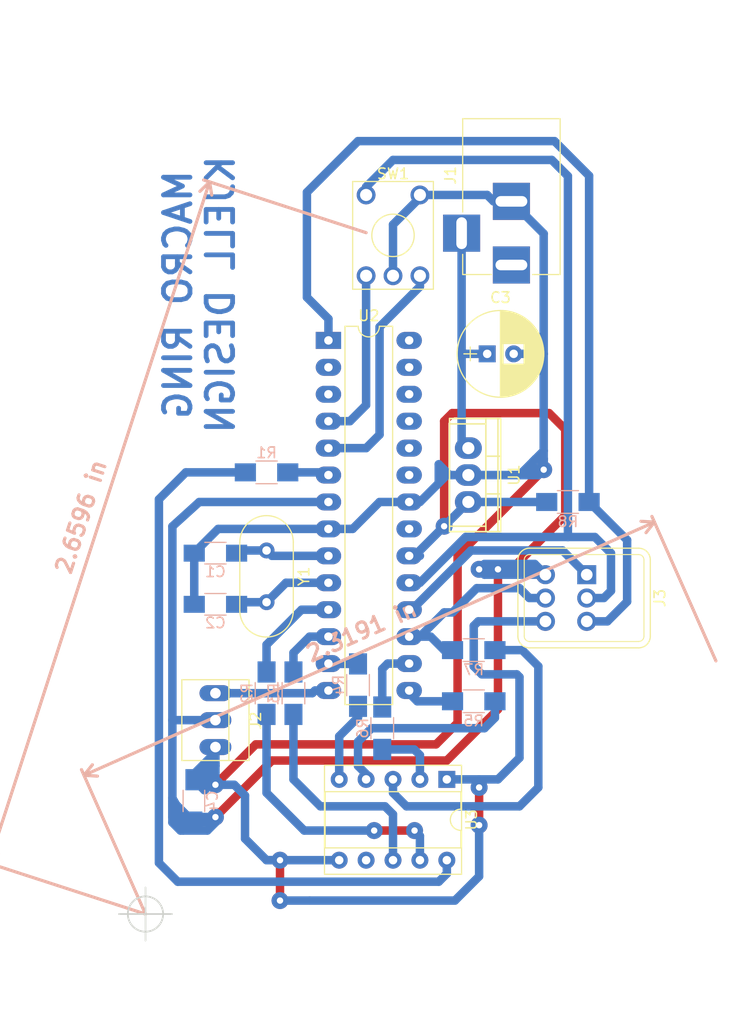
<source format=kicad_pcb>
(kicad_pcb (version 4) (host pcbnew 4.0.7)

  (general
    (links 48)
    (no_connects 0)
    (area 133.018905 69.241999 209.319715 167.800001)
    (thickness 1.6)
    (drawings 15)
    (tracks 289)
    (zones 0)
    (modules 20)
    (nets 37)
  )

  (page A4)
  (layers
    (0 F.Cu signal)
    (31 B.Cu signal)
    (32 B.Adhes user)
    (33 F.Adhes user)
    (34 B.Paste user)
    (35 F.Paste user)
    (36 B.SilkS user hide)
    (37 F.SilkS user)
    (38 B.Mask user)
    (39 F.Mask user hide)
    (40 Dwgs.User user)
    (41 Cmts.User user)
    (42 Eco1.User user)
    (43 Eco2.User user)
    (44 Edge.Cuts user)
    (45 Margin user)
    (46 B.CrtYd user)
    (47 F.CrtYd user)
    (48 B.Fab user)
    (49 F.Fab user)
  )

  (setup
    (last_trace_width 0.8)
    (trace_clearance 0.2)
    (zone_clearance 0.508)
    (zone_45_only no)
    (trace_min 0.2)
    (segment_width 0.2)
    (edge_width 0.15)
    (via_size 1.6)
    (via_drill 0.6)
    (via_min_size 0.4)
    (via_min_drill 0.3)
    (uvia_size 1.6)
    (uvia_drill 0.6)
    (uvias_allowed no)
    (uvia_min_size 0.2)
    (uvia_min_drill 0.1)
    (pcb_text_width 0.3)
    (pcb_text_size 1.5 1.5)
    (mod_edge_width 0.15)
    (mod_text_size 1 1)
    (mod_text_width 0.15)
    (pad_size 1.524 1.524)
    (pad_drill 0.762)
    (pad_to_mask_clearance 0.2)
    (aux_axis_origin 150.368 155.448)
    (grid_origin 150.368 155.448)
    (visible_elements 7FFFFFFF)
    (pcbplotparams
      (layerselection 0x00000_80000001)
      (usegerberextensions false)
      (excludeedgelayer true)
      (linewidth 0.100000)
      (plotframeref false)
      (viasonmask false)
      (mode 1)
      (useauxorigin false)
      (hpglpennumber 1)
      (hpglpenspeed 20)
      (hpglpendiameter 15)
      (hpglpenoverlay 2)
      (psnegative false)
      (psa4output false)
      (plotreference true)
      (plotvalue true)
      (plotinvisibletext false)
      (padsonsilk false)
      (subtractmaskfromsilk false)
      (outputformat 1)
      (mirror false)
      (drillshape 0)
      (scaleselection 1)
      (outputdirectory ./))
  )

  (net 0 "")
  (net 1 GND)
  (net 2 "Net-(C1-Pad2)")
  (net 3 "Net-(C2-Pad2)")
  (net 4 "Net-(J1-Pad1)")
  (net 5 "Net-(J2-Pad1)")
  (net 6 "Net-(J3-Pad1)")
  (net 7 "Net-(J3-Pad3)")
  (net 8 "Net-(J3-Pad5)")
  (net 9 "Net-(J3-Pad4)")
  (net 10 "Net-(R1-Pad1)")
  (net 11 "Net-(R1-Pad2)")
  (net 12 "Net-(R2-Pad1)")
  (net 13 "Net-(R2-Pad2)")
  (net 14 "Net-(R3-Pad1)")
  (net 15 "Net-(R3-Pad2)")
  (net 16 "Net-(R4-Pad1)")
  (net 17 "Net-(R4-Pad2)")
  (net 18 "Net-(R5-Pad1)")
  (net 19 "Net-(R5-Pad2)")
  (net 20 "Net-(R6-Pad1)")
  (net 21 "Net-(R6-Pad2)")
  (net 22 "Net-(R7-Pad2)")
  (net 23 "Net-(SW1-Pad1)")
  (net 24 "Net-(SW1-Pad3)")
  (net 25 "Net-(U3-Pad7)")
  (net 26 "Net-(U2-Pad2)")
  (net 27 "Net-(U2-Pad3)")
  (net 28 "Net-(U2-Pad21)")
  (net 29 "Net-(U2-Pad23)")
  (net 30 "Net-(U2-Pad24)")
  (net 31 "Net-(U2-Pad25)")
  (net 32 "Net-(U2-Pad26)")
  (net 33 "Net-(U2-Pad27)")
  (net 34 "Net-(U2-Pad28)")
  (net 35 "Net-(C3-Pad1)")
  (net 36 /VCC)

  (net_class Default "This is the default net class."
    (clearance 0.2)
    (trace_width 0.8)
    (via_dia 1.6)
    (via_drill 0.6)
    (uvia_dia 1.6)
    (uvia_drill 0.6)
    (add_net /VCC)
    (add_net GND)
    (add_net "Net-(C1-Pad2)")
    (add_net "Net-(C2-Pad2)")
    (add_net "Net-(C3-Pad1)")
    (add_net "Net-(J1-Pad1)")
    (add_net "Net-(J2-Pad1)")
    (add_net "Net-(J3-Pad1)")
    (add_net "Net-(J3-Pad3)")
    (add_net "Net-(J3-Pad4)")
    (add_net "Net-(J3-Pad5)")
    (add_net "Net-(R1-Pad1)")
    (add_net "Net-(R1-Pad2)")
    (add_net "Net-(R2-Pad1)")
    (add_net "Net-(R2-Pad2)")
    (add_net "Net-(R3-Pad1)")
    (add_net "Net-(R3-Pad2)")
    (add_net "Net-(R4-Pad1)")
    (add_net "Net-(R4-Pad2)")
    (add_net "Net-(R5-Pad1)")
    (add_net "Net-(R5-Pad2)")
    (add_net "Net-(R6-Pad1)")
    (add_net "Net-(R6-Pad2)")
    (add_net "Net-(R7-Pad2)")
    (add_net "Net-(SW1-Pad1)")
    (add_net "Net-(SW1-Pad3)")
    (add_net "Net-(U2-Pad2)")
    (add_net "Net-(U2-Pad21)")
    (add_net "Net-(U2-Pad23)")
    (add_net "Net-(U2-Pad24)")
    (add_net "Net-(U2-Pad25)")
    (add_net "Net-(U2-Pad26)")
    (add_net "Net-(U2-Pad27)")
    (add_net "Net-(U2-Pad28)")
    (add_net "Net-(U2-Pad3)")
    (add_net "Net-(U3-Pad7)")
  )

  (module Buttons_Switches_THT:KSA_Tactile_SPST (layer F.Cu) (tedit 5B9980D0) (tstamp 5B997BC8)
    (at 171.196 87.63)
    (descr "KSA http://www.ckswitches.com/media/1457/ksa_ksl.pdf")
    (tags "SWITCH SMD KSA SW")
    (path /5B997C54)
    (fp_text reference SW1 (at 2.54 -2) (layer F.SilkS)
      (effects (font (size 1 1) (thickness 0.15)))
    )
    (fp_text value Rotary_Encoder_Switch (at 2.54 10) (layer F.Fab)
      (effects (font (size 1 1) (thickness 0.15)))
    )
    (fp_line (start -1.16 7.91) (end 6.24 7.91) (layer F.Fab) (width 0.1))
    (fp_line (start 6.24 -0.29) (end -1.16 -0.29) (layer F.Fab) (width 0.1))
    (fp_line (start -1.16 7.91) (end -1.16 -0.29) (layer F.Fab) (width 0.1))
    (fp_text user %R (at 2.54 4) (layer F.Fab)
      (effects (font (size 1 1) (thickness 0.15)))
    )
    (fp_line (start 6.35 8.89) (end 6.35 -1.27) (layer F.SilkS) (width 0.12))
    (fp_line (start -1.27 -1.27) (end 6.35 -1.27) (layer F.SilkS) (width 0.12))
    (fp_line (start -1.27 -1.27) (end -1.27 8.89) (layer F.SilkS) (width 0.12))
    (fp_line (start -1.27 8.89) (end 6.35 8.89) (layer F.SilkS) (width 0.12))
    (fp_line (start -1.41 -1.14) (end 6.49 -1.14) (layer F.CrtYd) (width 0.05))
    (fp_line (start -1.41 -1.14) (end -1.41 8.75) (layer F.CrtYd) (width 0.05))
    (fp_line (start 6.49 8.75) (end 6.49 -1.14) (layer F.CrtYd) (width 0.05))
    (fp_line (start 6.49 8.75) (end -1.41 8.75) (layer F.CrtYd) (width 0.05))
    (fp_circle (center 2.54 3.81) (end 0.54 3.81) (layer F.SilkS) (width 0.12))
    (fp_line (start 6.24 7.91) (end 6.24 -0.29) (layer F.Fab) (width 0.1))
    (pad 4 thru_hole circle (at 0 0) (size 1.778 1.778) (drill 1.143) (layers *.Cu *.Mask)
      (net 7 "Net-(J3-Pad3)"))
    (pad 5 thru_hole circle (at 5.08 0) (size 1.778 1.778) (drill 1.143) (layers *.Cu *.Mask)
      (net 1 GND))
    (pad 3 thru_hole circle (at 5.08 7.62) (size 1.778 1.778) (drill 1.143) (layers *.Cu *.Mask)
      (net 24 "Net-(SW1-Pad3)"))
    (pad 2 thru_hole circle (at 2.54 7.62) (size 1.778 1.778) (drill 1.143) (layers *.Cu *.Mask)
      (net 1 GND))
    (pad 1 thru_hole circle (at 0 7.62) (size 1.778 1.778) (drill 1.143) (layers *.Cu *.Mask)
      (net 23 "Net-(SW1-Pad1)"))
    (model ${KISYS3DMOD}/Buttons_Switches_THT.3dshapes/KSA_Tactile_SPST.wrl
      (at (xyz 0 0 0))
      (scale (xyz 1 1 1))
      (rotate (xyz 0 0 0))
    )
  )

  (module Capacitors_SMD:C_1206_HandSoldering (layer B.Cu) (tedit 58AA84D1) (tstamp 5B997867)
    (at 156.972 121.412)
    (descr "Capacitor SMD 1206, hand soldering")
    (tags "capacitor 1206")
    (path /5B9968AA)
    (attr smd)
    (fp_text reference C1 (at 0 1.75) (layer B.SilkS)
      (effects (font (size 1 1) (thickness 0.15)) (justify mirror))
    )
    (fp_text value C_Small (at 0 -2) (layer B.Fab)
      (effects (font (size 1 1) (thickness 0.15)) (justify mirror))
    )
    (fp_text user %R (at 0 1.75) (layer B.Fab)
      (effects (font (size 1 1) (thickness 0.15)) (justify mirror))
    )
    (fp_line (start -1.6 -0.8) (end -1.6 0.8) (layer B.Fab) (width 0.1))
    (fp_line (start 1.6 -0.8) (end -1.6 -0.8) (layer B.Fab) (width 0.1))
    (fp_line (start 1.6 0.8) (end 1.6 -0.8) (layer B.Fab) (width 0.1))
    (fp_line (start -1.6 0.8) (end 1.6 0.8) (layer B.Fab) (width 0.1))
    (fp_line (start 1 1.02) (end -1 1.02) (layer B.SilkS) (width 0.12))
    (fp_line (start -1 -1.02) (end 1 -1.02) (layer B.SilkS) (width 0.12))
    (fp_line (start -3.25 1.05) (end 3.25 1.05) (layer B.CrtYd) (width 0.05))
    (fp_line (start -3.25 1.05) (end -3.25 -1.05) (layer B.CrtYd) (width 0.05))
    (fp_line (start 3.25 -1.05) (end 3.25 1.05) (layer B.CrtYd) (width 0.05))
    (fp_line (start 3.25 -1.05) (end -3.25 -1.05) (layer B.CrtYd) (width 0.05))
    (pad 1 smd rect (at -2 0) (size 2 1.6) (layers B.Cu B.Paste B.Mask)
      (net 1 GND))
    (pad 2 smd rect (at 2 0) (size 2 1.6) (layers B.Cu B.Paste B.Mask)
      (net 2 "Net-(C1-Pad2)"))
    (model Capacitors_SMD.3dshapes/C_1206.wrl
      (at (xyz 0 0 0))
      (scale (xyz 1 1 1))
      (rotate (xyz 0 0 0))
    )
  )

  (module Capacitors_SMD:C_1206_HandSoldering (layer B.Cu) (tedit 58AA84D1) (tstamp 5B997878)
    (at 156.972 126.238)
    (descr "Capacitor SMD 1206, hand soldering")
    (tags "capacitor 1206")
    (path /5B99692B)
    (attr smd)
    (fp_text reference C2 (at 0 1.75) (layer B.SilkS)
      (effects (font (size 1 1) (thickness 0.15)) (justify mirror))
    )
    (fp_text value C_Small (at 0 -2) (layer B.Fab)
      (effects (font (size 1 1) (thickness 0.15)) (justify mirror))
    )
    (fp_text user %R (at 0 1.75) (layer B.Fab)
      (effects (font (size 1 1) (thickness 0.15)) (justify mirror))
    )
    (fp_line (start -1.6 -0.8) (end -1.6 0.8) (layer B.Fab) (width 0.1))
    (fp_line (start 1.6 -0.8) (end -1.6 -0.8) (layer B.Fab) (width 0.1))
    (fp_line (start 1.6 0.8) (end 1.6 -0.8) (layer B.Fab) (width 0.1))
    (fp_line (start -1.6 0.8) (end 1.6 0.8) (layer B.Fab) (width 0.1))
    (fp_line (start 1 1.02) (end -1 1.02) (layer B.SilkS) (width 0.12))
    (fp_line (start -1 -1.02) (end 1 -1.02) (layer B.SilkS) (width 0.12))
    (fp_line (start -3.25 1.05) (end 3.25 1.05) (layer B.CrtYd) (width 0.05))
    (fp_line (start -3.25 1.05) (end -3.25 -1.05) (layer B.CrtYd) (width 0.05))
    (fp_line (start 3.25 -1.05) (end 3.25 1.05) (layer B.CrtYd) (width 0.05))
    (fp_line (start 3.25 -1.05) (end -3.25 -1.05) (layer B.CrtYd) (width 0.05))
    (pad 1 smd rect (at -2 0) (size 2 1.6) (layers B.Cu B.Paste B.Mask)
      (net 1 GND))
    (pad 2 smd rect (at 2 0) (size 2 1.6) (layers B.Cu B.Paste B.Mask)
      (net 3 "Net-(C2-Pad2)"))
    (model Capacitors_SMD.3dshapes/C_1206.wrl
      (at (xyz 0 0 0))
      (scale (xyz 1 1 1))
      (rotate (xyz 0 0 0))
    )
  )

  (module Connectors:BARREL_JACK (layer F.Cu) (tedit 5861378E) (tstamp 5B997897)
    (at 184.912 94.234 270)
    (descr "DC Barrel Jack")
    (tags "Power Jack")
    (path /5B996A99)
    (fp_text reference J1 (at -8.45 5.75 450) (layer F.SilkS)
      (effects (font (size 1 1) (thickness 0.15)))
    )
    (fp_text value Barrel_Jack (at -6.2 -5.5 270) (layer F.Fab)
      (effects (font (size 1 1) (thickness 0.15)))
    )
    (fp_line (start 1 -4.5) (end 1 -4.75) (layer F.CrtYd) (width 0.05))
    (fp_line (start 1 -4.75) (end -14 -4.75) (layer F.CrtYd) (width 0.05))
    (fp_line (start 1 -4.5) (end 1 -2) (layer F.CrtYd) (width 0.05))
    (fp_line (start 1 -2) (end 2 -2) (layer F.CrtYd) (width 0.05))
    (fp_line (start 2 -2) (end 2 2) (layer F.CrtYd) (width 0.05))
    (fp_line (start 2 2) (end 1 2) (layer F.CrtYd) (width 0.05))
    (fp_line (start 1 2) (end 1 4.75) (layer F.CrtYd) (width 0.05))
    (fp_line (start 1 4.75) (end -1 4.75) (layer F.CrtYd) (width 0.05))
    (fp_line (start -1 4.75) (end -1 6.75) (layer F.CrtYd) (width 0.05))
    (fp_line (start -1 6.75) (end -5 6.75) (layer F.CrtYd) (width 0.05))
    (fp_line (start -5 6.75) (end -5 4.75) (layer F.CrtYd) (width 0.05))
    (fp_line (start -5 4.75) (end -14 4.75) (layer F.CrtYd) (width 0.05))
    (fp_line (start -14 4.75) (end -14 -4.75) (layer F.CrtYd) (width 0.05))
    (fp_line (start -5 4.6) (end -13.8 4.6) (layer F.SilkS) (width 0.12))
    (fp_line (start -13.8 4.6) (end -13.8 -4.6) (layer F.SilkS) (width 0.12))
    (fp_line (start 0.9 1.9) (end 0.9 4.6) (layer F.SilkS) (width 0.12))
    (fp_line (start 0.9 4.6) (end -1 4.6) (layer F.SilkS) (width 0.12))
    (fp_line (start -13.8 -4.6) (end 0.9 -4.6) (layer F.SilkS) (width 0.12))
    (fp_line (start 0.9 -4.6) (end 0.9 -2) (layer F.SilkS) (width 0.12))
    (fp_line (start -10.2 -4.5) (end -10.2 4.5) (layer F.Fab) (width 0.1))
    (fp_line (start -13.7 -4.5) (end -13.7 4.5) (layer F.Fab) (width 0.1))
    (fp_line (start -13.7 4.5) (end 0.8 4.5) (layer F.Fab) (width 0.1))
    (fp_line (start 0.8 4.5) (end 0.8 -4.5) (layer F.Fab) (width 0.1))
    (fp_line (start 0.8 -4.5) (end -13.7 -4.5) (layer F.Fab) (width 0.1))
    (pad 1 thru_hole rect (at 0 0 270) (size 3.5 3.5) (drill oval 1 3) (layers *.Cu *.Mask)
      (net 4 "Net-(J1-Pad1)"))
    (pad 2 thru_hole rect (at -6 0 270) (size 3.5 3.5) (drill oval 1 3) (layers *.Cu *.Mask)
      (net 1 GND))
    (pad 3 thru_hole rect (at -3 4.7 270) (size 3.5 3.5) (drill oval 3 1) (layers *.Cu *.Mask)
      (net 35 "Net-(C3-Pad1)"))
  )

  (module Connectors:PINHEAD1-3 (layer F.Cu) (tedit 0) (tstamp 5B9978A7)
    (at 156.972 134.62 270)
    (path /5B996FAE)
    (fp_text reference J2 (at 2.59 -3.8 270) (layer F.SilkS)
      (effects (font (size 1 1) (thickness 0.15)))
    )
    (fp_text value Conn_01x03 (at 2.54 3.81 270) (layer F.Fab)
      (effects (font (size 1 1) (thickness 0.15)))
    )
    (fp_line (start -1.27 -3.17) (end -1.27 3.17) (layer F.SilkS) (width 0.12))
    (fp_line (start 6.35 -3.17) (end 6.35 3.17) (layer F.SilkS) (width 0.12))
    (fp_line (start 6.35 -1.27) (end -1.27 -1.27) (layer F.SilkS) (width 0.12))
    (fp_line (start -1.27 -3.17) (end 6.35 -3.17) (layer F.SilkS) (width 0.12))
    (fp_line (start 6.35 3.17) (end -1.27 3.17) (layer F.SilkS) (width 0.12))
    (fp_line (start -1.52 -3.42) (end 6.6 -3.42) (layer F.CrtYd) (width 0.05))
    (fp_line (start -1.52 -3.42) (end -1.52 3.42) (layer F.CrtYd) (width 0.05))
    (fp_line (start 6.6 3.42) (end 6.6 -3.42) (layer F.CrtYd) (width 0.05))
    (fp_line (start 6.6 3.42) (end -1.52 3.42) (layer F.CrtYd) (width 0.05))
    (pad 1 thru_hole oval (at 0 0 270) (size 1.51 3.01) (drill 1) (layers *.Cu *.Mask)
      (net 5 "Net-(J2-Pad1)"))
    (pad 2 thru_hole oval (at 2.54 0 270) (size 1.51 3.01) (drill 1) (layers *.Cu *.Mask)
      (net 36 /VCC))
    (pad 3 thru_hole oval (at 5.08 0 270) (size 1.51 3.01) (drill 1) (layers *.Cu *.Mask)
      (net 1 GND))
  )

  (module Connectors_JST:B06-J11DK_2x03_Pitch2.54mm (layer F.Cu) (tedit 5900A034) (tstamp 5B9978D6)
    (at 192.024 123.444 270)
    (descr "JFA J1000 series connector, dual row, top entry")
    (tags "jst through hole tht vertical")
    (path /5B9981B2)
    (fp_text reference J3 (at 2.2 -6.9 270) (layer F.SilkS)
      (effects (font (size 1 1) (thickness 0.15)))
    )
    (fp_text value Conn_02x03_Odd_Even (at 2.2 7.4 270) (layer F.Fab)
      (effects (font (size 1 1) (thickness 0.15)))
    )
    (fp_arc (start -1.4 -4.9) (end -2.4 -4.9) (angle 90) (layer F.Fab) (width 0.1))
    (fp_arc (start 5.8 -4.9) (end 6.8 -4.9) (angle -90) (layer F.Fab) (width 0.1))
    (fp_arc (start -1.4 5.4) (end -2.4 5.4) (angle -90) (layer F.Fab) (width 0.1))
    (fp_arc (start 5.8 5.4) (end 6.8 5.4) (angle 90) (layer F.Fab) (width 0.1))
    (fp_arc (start -1.4 -4.9) (end -1.9 -4.9) (angle 90) (layer F.Fab) (width 0.1))
    (fp_arc (start 5.8 -4.9) (end 6.3 -4.9) (angle -90) (layer F.Fab) (width 0.1))
    (fp_arc (start -1.4 5.4) (end -1.9 5.4) (angle -90) (layer F.Fab) (width 0.1))
    (fp_arc (start 5.8 5.4) (end 6.3 5.4) (angle 90) (layer F.Fab) (width 0.1))
    (fp_arc (start -1.4 -4.9) (end -1.9 -4.9) (angle 90) (layer F.SilkS) (width 0.1))
    (fp_arc (start 5.8 -4.9) (end 6.3 -4.9) (angle -90) (layer F.SilkS) (width 0.1))
    (fp_arc (start -1.4 5.4) (end -1.9 5.4) (angle -90) (layer F.SilkS) (width 0.1))
    (fp_arc (start 5.8 5.4) (end 6.3 5.4) (angle 90) (layer F.SilkS) (width 0.1))
    (fp_arc (start -1.4 -4.9) (end -2.5 -4.9) (angle 90) (layer F.SilkS) (width 0.12))
    (fp_arc (start 5.8 -4.9) (end 6.9 -4.9) (angle -90) (layer F.SilkS) (width 0.12))
    (fp_arc (start -1.4 5.4) (end -2.5 5.4) (angle -90) (layer F.SilkS) (width 0.12))
    (fp_arc (start 5.8 5.4) (end 6.9 5.4) (angle 90) (layer F.SilkS) (width 0.12))
    (fp_line (start -2.89 -6.4) (end -2.89 6.9) (layer F.CrtYd) (width 0.05))
    (fp_line (start -2.89 6.9) (end 7.3 6.9) (layer F.CrtYd) (width 0.05))
    (fp_line (start 7.3 6.9) (end 7.3 -6.4) (layer F.CrtYd) (width 0.05))
    (fp_line (start 7.3 -6.4) (end -2.89 -6.4) (layer F.CrtYd) (width 0.05))
    (fp_line (start -1.4 -5.9) (end 5.8 -5.9) (layer F.Fab) (width 0.1))
    (fp_line (start -1.4 6.4) (end 5.8 6.4) (layer F.Fab) (width 0.1))
    (fp_line (start -2.4 -4.9) (end -2.4 5.4) (layer F.Fab) (width 0.1))
    (fp_line (start 6.8 -4.9) (end 6.8 5.4) (layer F.Fab) (width 0.1))
    (fp_line (start -1.4 -5.4) (end 5.8 -5.4) (layer F.Fab) (width 0.1))
    (fp_line (start -1.4 5.9) (end 5.8 5.9) (layer F.Fab) (width 0.1))
    (fp_line (start -1.9 -4.9) (end -1.9 5.4) (layer F.Fab) (width 0.1))
    (fp_line (start 6.3 -4.9) (end 6.3 5.4) (layer F.Fab) (width 0.1))
    (fp_line (start -1.4 -5.4) (end 5.8 -5.4) (layer F.SilkS) (width 0.1))
    (fp_line (start -1.4 5.9) (end 5.8 5.9) (layer F.SilkS) (width 0.1))
    (fp_line (start -1.9 -4.9) (end -1.9 5.4) (layer F.SilkS) (width 0.1))
    (fp_line (start 6.3 -4.9) (end 6.3 5.4) (layer F.SilkS) (width 0.1))
    (fp_line (start -1.4 -6) (end 5.8 -6) (layer F.SilkS) (width 0.12))
    (fp_line (start -1.4 6.5) (end 5.8 6.5) (layer F.SilkS) (width 0.12))
    (fp_line (start -2.5 -4.9) (end -2.5 5.4) (layer F.SilkS) (width 0.12))
    (fp_line (start 6.9 -4.9) (end 6.9 5.4) (layer F.SilkS) (width 0.12))
    (fp_text user %R (at 2.2 1.95 270) (layer F.Fab)
      (effects (font (size 1 1) (thickness 0.15)))
    )
    (pad 1 thru_hole rect (at 0 0 270) (size 1.8 1.8) (drill 1.1) (layers *.Cu *.Mask)
      (net 6 "Net-(J3-Pad1)"))
    (pad 3 thru_hole circle (at 2.2 0 270) (size 1.8 1.8) (drill 1.1) (layers *.Cu *.Mask)
      (net 7 "Net-(J3-Pad3)"))
    (pad 5 thru_hole circle (at 4.4 0 270) (size 1.8 1.8) (drill 1.1) (layers *.Cu *.Mask)
      (net 8 "Net-(J3-Pad5)"))
    (pad 2 thru_hole circle (at 0 3.9 270) (size 1.8 1.8) (drill 1.1) (layers *.Cu *.Mask)
      (net 36 /VCC))
    (pad 4 thru_hole circle (at 2.2 3.9 270) (size 1.8 1.8) (drill 1.1) (layers *.Cu *.Mask)
      (net 9 "Net-(J3-Pad4)"))
    (pad 6 thru_hole circle (at 4.4 3.9 270) (size 1.8 1.8) (drill 1.1) (layers *.Cu *.Mask)
      (net 1 GND))
    (model ${KISYS3DMOD}/Connectors_JST.3dshapes/B06-J11DK_2x03_Pitch2.54mm.wrl
      (at (xyz 0 0 0))
      (scale (xyz 1 1 1))
      (rotate (xyz 0 0 0))
    )
  )

  (module Resistors_SMD:R_1206_HandSoldering (layer B.Cu) (tedit 58E0A804) (tstamp 5B9978E7)
    (at 161.798 113.792 180)
    (descr "Resistor SMD 1206, hand soldering")
    (tags "resistor 1206")
    (path /5B9977D0)
    (attr smd)
    (fp_text reference R1 (at 0 1.85 180) (layer B.SilkS)
      (effects (font (size 1 1) (thickness 0.15)) (justify mirror))
    )
    (fp_text value R (at 0 -1.9 180) (layer B.Fab)
      (effects (font (size 1 1) (thickness 0.15)) (justify mirror))
    )
    (fp_text user %R (at 0 0 180) (layer B.Fab)
      (effects (font (size 0.7 0.7) (thickness 0.105)) (justify mirror))
    )
    (fp_line (start -1.6 -0.8) (end -1.6 0.8) (layer B.Fab) (width 0.1))
    (fp_line (start 1.6 -0.8) (end -1.6 -0.8) (layer B.Fab) (width 0.1))
    (fp_line (start 1.6 0.8) (end 1.6 -0.8) (layer B.Fab) (width 0.1))
    (fp_line (start -1.6 0.8) (end 1.6 0.8) (layer B.Fab) (width 0.1))
    (fp_line (start 1 -1.07) (end -1 -1.07) (layer B.SilkS) (width 0.12))
    (fp_line (start -1 1.07) (end 1 1.07) (layer B.SilkS) (width 0.12))
    (fp_line (start -3.25 1.11) (end 3.25 1.11) (layer B.CrtYd) (width 0.05))
    (fp_line (start -3.25 1.11) (end -3.25 -1.1) (layer B.CrtYd) (width 0.05))
    (fp_line (start 3.25 -1.1) (end 3.25 1.11) (layer B.CrtYd) (width 0.05))
    (fp_line (start 3.25 -1.1) (end -3.25 -1.1) (layer B.CrtYd) (width 0.05))
    (pad 1 smd rect (at -2 0 180) (size 2 1.7) (layers B.Cu B.Paste B.Mask)
      (net 10 "Net-(R1-Pad1)"))
    (pad 2 smd rect (at 2 0 180) (size 2 1.7) (layers B.Cu B.Paste B.Mask)
      (net 11 "Net-(R1-Pad2)"))
    (model ${KISYS3DMOD}/Resistors_SMD.3dshapes/R_1206.wrl
      (at (xyz 0 0 0))
      (scale (xyz 1 1 1))
      (rotate (xyz 0 0 0))
    )
  )

  (module Resistors_SMD:R_1206_HandSoldering (layer B.Cu) (tedit 58E0A804) (tstamp 5B9978F8)
    (at 161.798 134.62 270)
    (descr "Resistor SMD 1206, hand soldering")
    (tags "resistor 1206")
    (path /5B997880)
    (attr smd)
    (fp_text reference R2 (at 0 1.85 270) (layer B.SilkS)
      (effects (font (size 1 1) (thickness 0.15)) (justify mirror))
    )
    (fp_text value R (at 0 -1.9 270) (layer B.Fab)
      (effects (font (size 1 1) (thickness 0.15)) (justify mirror))
    )
    (fp_text user %R (at 0 0 270) (layer B.Fab)
      (effects (font (size 0.7 0.7) (thickness 0.105)) (justify mirror))
    )
    (fp_line (start -1.6 -0.8) (end -1.6 0.8) (layer B.Fab) (width 0.1))
    (fp_line (start 1.6 -0.8) (end -1.6 -0.8) (layer B.Fab) (width 0.1))
    (fp_line (start 1.6 0.8) (end 1.6 -0.8) (layer B.Fab) (width 0.1))
    (fp_line (start -1.6 0.8) (end 1.6 0.8) (layer B.Fab) (width 0.1))
    (fp_line (start 1 -1.07) (end -1 -1.07) (layer B.SilkS) (width 0.12))
    (fp_line (start -1 1.07) (end 1 1.07) (layer B.SilkS) (width 0.12))
    (fp_line (start -3.25 1.11) (end 3.25 1.11) (layer B.CrtYd) (width 0.05))
    (fp_line (start -3.25 1.11) (end -3.25 -1.1) (layer B.CrtYd) (width 0.05))
    (fp_line (start 3.25 -1.1) (end 3.25 1.11) (layer B.CrtYd) (width 0.05))
    (fp_line (start 3.25 -1.1) (end -3.25 -1.1) (layer B.CrtYd) (width 0.05))
    (pad 1 smd rect (at -2 0 270) (size 2 1.7) (layers B.Cu B.Paste B.Mask)
      (net 12 "Net-(R2-Pad1)"))
    (pad 2 smd rect (at 2 0 270) (size 2 1.7) (layers B.Cu B.Paste B.Mask)
      (net 13 "Net-(R2-Pad2)"))
    (model ${KISYS3DMOD}/Resistors_SMD.3dshapes/R_1206.wrl
      (at (xyz 0 0 0))
      (scale (xyz 1 1 1))
      (rotate (xyz 0 0 0))
    )
  )

  (module Resistors_SMD:R_1206_HandSoldering (layer B.Cu) (tedit 58E0A804) (tstamp 5B997909)
    (at 164.338 134.62 270)
    (descr "Resistor SMD 1206, hand soldering")
    (tags "resistor 1206")
    (path /5B9978BC)
    (attr smd)
    (fp_text reference R3 (at 0 1.85 270) (layer B.SilkS)
      (effects (font (size 1 1) (thickness 0.15)) (justify mirror))
    )
    (fp_text value R (at 0 -1.9 270) (layer B.Fab)
      (effects (font (size 1 1) (thickness 0.15)) (justify mirror))
    )
    (fp_text user %R (at 0 0 270) (layer B.Fab)
      (effects (font (size 0.7 0.7) (thickness 0.105)) (justify mirror))
    )
    (fp_line (start -1.6 -0.8) (end -1.6 0.8) (layer B.Fab) (width 0.1))
    (fp_line (start 1.6 -0.8) (end -1.6 -0.8) (layer B.Fab) (width 0.1))
    (fp_line (start 1.6 0.8) (end 1.6 -0.8) (layer B.Fab) (width 0.1))
    (fp_line (start -1.6 0.8) (end 1.6 0.8) (layer B.Fab) (width 0.1))
    (fp_line (start 1 -1.07) (end -1 -1.07) (layer B.SilkS) (width 0.12))
    (fp_line (start -1 1.07) (end 1 1.07) (layer B.SilkS) (width 0.12))
    (fp_line (start -3.25 1.11) (end 3.25 1.11) (layer B.CrtYd) (width 0.05))
    (fp_line (start -3.25 1.11) (end -3.25 -1.1) (layer B.CrtYd) (width 0.05))
    (fp_line (start 3.25 -1.1) (end 3.25 1.11) (layer B.CrtYd) (width 0.05))
    (fp_line (start 3.25 -1.1) (end -3.25 -1.1) (layer B.CrtYd) (width 0.05))
    (pad 1 smd rect (at -2 0 270) (size 2 1.7) (layers B.Cu B.Paste B.Mask)
      (net 14 "Net-(R3-Pad1)"))
    (pad 2 smd rect (at 2 0 270) (size 2 1.7) (layers B.Cu B.Paste B.Mask)
      (net 15 "Net-(R3-Pad2)"))
    (model ${KISYS3DMOD}/Resistors_SMD.3dshapes/R_1206.wrl
      (at (xyz 0 0 0))
      (scale (xyz 1 1 1))
      (rotate (xyz 0 0 0))
    )
  )

  (module Resistors_SMD:R_1206_HandSoldering (layer B.Cu) (tedit 58E0A804) (tstamp 5B99791A)
    (at 170.434 133.858 270)
    (descr "Resistor SMD 1206, hand soldering")
    (tags "resistor 1206")
    (path /5B9978F5)
    (attr smd)
    (fp_text reference R4 (at 0 1.85 270) (layer B.SilkS)
      (effects (font (size 1 1) (thickness 0.15)) (justify mirror))
    )
    (fp_text value R (at 0 -1.9 270) (layer B.Fab)
      (effects (font (size 1 1) (thickness 0.15)) (justify mirror))
    )
    (fp_text user %R (at 0 0 270) (layer B.Fab)
      (effects (font (size 0.7 0.7) (thickness 0.105)) (justify mirror))
    )
    (fp_line (start -1.6 -0.8) (end -1.6 0.8) (layer B.Fab) (width 0.1))
    (fp_line (start 1.6 -0.8) (end -1.6 -0.8) (layer B.Fab) (width 0.1))
    (fp_line (start 1.6 0.8) (end 1.6 -0.8) (layer B.Fab) (width 0.1))
    (fp_line (start -1.6 0.8) (end 1.6 0.8) (layer B.Fab) (width 0.1))
    (fp_line (start 1 -1.07) (end -1 -1.07) (layer B.SilkS) (width 0.12))
    (fp_line (start -1 1.07) (end 1 1.07) (layer B.SilkS) (width 0.12))
    (fp_line (start -3.25 1.11) (end 3.25 1.11) (layer B.CrtYd) (width 0.05))
    (fp_line (start -3.25 1.11) (end -3.25 -1.1) (layer B.CrtYd) (width 0.05))
    (fp_line (start 3.25 -1.1) (end 3.25 1.11) (layer B.CrtYd) (width 0.05))
    (fp_line (start 3.25 -1.1) (end -3.25 -1.1) (layer B.CrtYd) (width 0.05))
    (pad 1 smd rect (at -2 0 270) (size 2 1.7) (layers B.Cu B.Paste B.Mask)
      (net 16 "Net-(R4-Pad1)"))
    (pad 2 smd rect (at 2 0 270) (size 2 1.7) (layers B.Cu B.Paste B.Mask)
      (net 17 "Net-(R4-Pad2)"))
    (model ${KISYS3DMOD}/Resistors_SMD.3dshapes/R_1206.wrl
      (at (xyz 0 0 0))
      (scale (xyz 1 1 1))
      (rotate (xyz 0 0 0))
    )
  )

  (module Resistors_SMD:R_1206_HandSoldering (layer B.Cu) (tedit 58E0A804) (tstamp 5B99792B)
    (at 181.356 135.382)
    (descr "Resistor SMD 1206, hand soldering")
    (tags "resistor 1206")
    (path /5B99792F)
    (attr smd)
    (fp_text reference R5 (at 0 1.85) (layer B.SilkS)
      (effects (font (size 1 1) (thickness 0.15)) (justify mirror))
    )
    (fp_text value R (at 0 -1.9) (layer B.Fab)
      (effects (font (size 1 1) (thickness 0.15)) (justify mirror))
    )
    (fp_text user %R (at 0 0) (layer B.Fab)
      (effects (font (size 0.7 0.7) (thickness 0.105)) (justify mirror))
    )
    (fp_line (start -1.6 -0.8) (end -1.6 0.8) (layer B.Fab) (width 0.1))
    (fp_line (start 1.6 -0.8) (end -1.6 -0.8) (layer B.Fab) (width 0.1))
    (fp_line (start 1.6 0.8) (end 1.6 -0.8) (layer B.Fab) (width 0.1))
    (fp_line (start -1.6 0.8) (end 1.6 0.8) (layer B.Fab) (width 0.1))
    (fp_line (start 1 -1.07) (end -1 -1.07) (layer B.SilkS) (width 0.12))
    (fp_line (start -1 1.07) (end 1 1.07) (layer B.SilkS) (width 0.12))
    (fp_line (start -3.25 1.11) (end 3.25 1.11) (layer B.CrtYd) (width 0.05))
    (fp_line (start -3.25 1.11) (end -3.25 -1.1) (layer B.CrtYd) (width 0.05))
    (fp_line (start 3.25 -1.1) (end 3.25 1.11) (layer B.CrtYd) (width 0.05))
    (fp_line (start 3.25 -1.1) (end -3.25 -1.1) (layer B.CrtYd) (width 0.05))
    (pad 1 smd rect (at -2 0) (size 2 1.7) (layers B.Cu B.Paste B.Mask)
      (net 18 "Net-(R5-Pad1)"))
    (pad 2 smd rect (at 2 0) (size 2 1.7) (layers B.Cu B.Paste B.Mask)
      (net 19 "Net-(R5-Pad2)"))
    (model ${KISYS3DMOD}/Resistors_SMD.3dshapes/R_1206.wrl
      (at (xyz 0 0 0))
      (scale (xyz 1 1 1))
      (rotate (xyz 0 0 0))
    )
  )

  (module Resistors_SMD:R_1206_HandSoldering (layer B.Cu) (tedit 58E0A804) (tstamp 5B99793C)
    (at 172.72 137.922 270)
    (descr "Resistor SMD 1206, hand soldering")
    (tags "resistor 1206")
    (path /5B99796E)
    (attr smd)
    (fp_text reference R6 (at 0 1.85 270) (layer B.SilkS)
      (effects (font (size 1 1) (thickness 0.15)) (justify mirror))
    )
    (fp_text value R (at 0 -1.9 270) (layer B.Fab)
      (effects (font (size 1 1) (thickness 0.15)) (justify mirror))
    )
    (fp_text user %R (at 0 0 270) (layer B.Fab)
      (effects (font (size 0.7 0.7) (thickness 0.105)) (justify mirror))
    )
    (fp_line (start -1.6 -0.8) (end -1.6 0.8) (layer B.Fab) (width 0.1))
    (fp_line (start 1.6 -0.8) (end -1.6 -0.8) (layer B.Fab) (width 0.1))
    (fp_line (start 1.6 0.8) (end 1.6 -0.8) (layer B.Fab) (width 0.1))
    (fp_line (start -1.6 0.8) (end 1.6 0.8) (layer B.Fab) (width 0.1))
    (fp_line (start 1 -1.07) (end -1 -1.07) (layer B.SilkS) (width 0.12))
    (fp_line (start -1 1.07) (end 1 1.07) (layer B.SilkS) (width 0.12))
    (fp_line (start -3.25 1.11) (end 3.25 1.11) (layer B.CrtYd) (width 0.05))
    (fp_line (start -3.25 1.11) (end -3.25 -1.1) (layer B.CrtYd) (width 0.05))
    (fp_line (start 3.25 -1.1) (end 3.25 1.11) (layer B.CrtYd) (width 0.05))
    (fp_line (start 3.25 -1.1) (end -3.25 -1.1) (layer B.CrtYd) (width 0.05))
    (pad 1 smd rect (at -2 0 270) (size 2 1.7) (layers B.Cu B.Paste B.Mask)
      (net 20 "Net-(R6-Pad1)"))
    (pad 2 smd rect (at 2 0 270) (size 2 1.7) (layers B.Cu B.Paste B.Mask)
      (net 21 "Net-(R6-Pad2)"))
    (model ${KISYS3DMOD}/Resistors_SMD.3dshapes/R_1206.wrl
      (at (xyz 0 0 0))
      (scale (xyz 1 1 1))
      (rotate (xyz 0 0 0))
    )
  )

  (module Resistors_SMD:R_1206_HandSoldering (layer B.Cu) (tedit 58E0A804) (tstamp 5B99794D)
    (at 181.356 130.556)
    (descr "Resistor SMD 1206, hand soldering")
    (tags "resistor 1206")
    (path /5B9979B4)
    (attr smd)
    (fp_text reference R7 (at 0 1.85) (layer B.SilkS)
      (effects (font (size 1 1) (thickness 0.15)) (justify mirror))
    )
    (fp_text value R (at 0 -1.9) (layer B.Fab)
      (effects (font (size 1 1) (thickness 0.15)) (justify mirror))
    )
    (fp_text user %R (at 0 0) (layer B.Fab)
      (effects (font (size 0.7 0.7) (thickness 0.105)) (justify mirror))
    )
    (fp_line (start -1.6 -0.8) (end -1.6 0.8) (layer B.Fab) (width 0.1))
    (fp_line (start 1.6 -0.8) (end -1.6 -0.8) (layer B.Fab) (width 0.1))
    (fp_line (start 1.6 0.8) (end 1.6 -0.8) (layer B.Fab) (width 0.1))
    (fp_line (start -1.6 0.8) (end 1.6 0.8) (layer B.Fab) (width 0.1))
    (fp_line (start 1 -1.07) (end -1 -1.07) (layer B.SilkS) (width 0.12))
    (fp_line (start -1 1.07) (end 1 1.07) (layer B.SilkS) (width 0.12))
    (fp_line (start -3.25 1.11) (end 3.25 1.11) (layer B.CrtYd) (width 0.05))
    (fp_line (start -3.25 1.11) (end -3.25 -1.1) (layer B.CrtYd) (width 0.05))
    (fp_line (start 3.25 -1.1) (end 3.25 1.11) (layer B.CrtYd) (width 0.05))
    (fp_line (start 3.25 -1.1) (end -3.25 -1.1) (layer B.CrtYd) (width 0.05))
    (pad 1 smd rect (at -2 0) (size 2 1.7) (layers B.Cu B.Paste B.Mask)
      (net 9 "Net-(J3-Pad4)"))
    (pad 2 smd rect (at 2 0) (size 2 1.7) (layers B.Cu B.Paste B.Mask)
      (net 22 "Net-(R7-Pad2)"))
    (model ${KISYS3DMOD}/Resistors_SMD.3dshapes/R_1206.wrl
      (at (xyz 0 0 0))
      (scale (xyz 1 1 1))
      (rotate (xyz 0 0 0))
    )
  )

  (module Resistors_SMD:R_1206_HandSoldering (layer B.Cu) (tedit 58E0A804) (tstamp 5B99795E)
    (at 190.246 116.586)
    (descr "Resistor SMD 1206, hand soldering")
    (tags "resistor 1206")
    (path /5B9983C3)
    (attr smd)
    (fp_text reference R8 (at 0 1.85) (layer B.SilkS)
      (effects (font (size 1 1) (thickness 0.15)) (justify mirror))
    )
    (fp_text value R (at 0 -1.9) (layer B.Fab)
      (effects (font (size 1 1) (thickness 0.15)) (justify mirror))
    )
    (fp_text user %R (at 0 0) (layer B.Fab)
      (effects (font (size 0.7 0.7) (thickness 0.105)) (justify mirror))
    )
    (fp_line (start -1.6 -0.8) (end -1.6 0.8) (layer B.Fab) (width 0.1))
    (fp_line (start 1.6 -0.8) (end -1.6 -0.8) (layer B.Fab) (width 0.1))
    (fp_line (start 1.6 0.8) (end 1.6 -0.8) (layer B.Fab) (width 0.1))
    (fp_line (start -1.6 0.8) (end 1.6 0.8) (layer B.Fab) (width 0.1))
    (fp_line (start 1 -1.07) (end -1 -1.07) (layer B.SilkS) (width 0.12))
    (fp_line (start -1 1.07) (end 1 1.07) (layer B.SilkS) (width 0.12))
    (fp_line (start -3.25 1.11) (end 3.25 1.11) (layer B.CrtYd) (width 0.05))
    (fp_line (start -3.25 1.11) (end -3.25 -1.1) (layer B.CrtYd) (width 0.05))
    (fp_line (start 3.25 -1.1) (end 3.25 1.11) (layer B.CrtYd) (width 0.05))
    (fp_line (start 3.25 -1.1) (end -3.25 -1.1) (layer B.CrtYd) (width 0.05))
    (pad 1 smd rect (at -2 0) (size 2 1.7) (layers B.Cu B.Paste B.Mask)
      (net 36 /VCC))
    (pad 2 smd rect (at 2 0) (size 2 1.7) (layers B.Cu B.Paste B.Mask)
      (net 8 "Net-(J3-Pad5)"))
    (model ${KISYS3DMOD}/Resistors_SMD.3dshapes/R_1206.wrl
      (at (xyz 0 0 0))
      (scale (xyz 1 1 1))
      (rotate (xyz 0 0 0))
    )
  )

  (module Power_Integrations:TO-220 (layer F.Cu) (tedit 0) (tstamp 5B997973)
    (at 180.848 114.046 270)
    (descr "Non Isolated JEDEC TO-220 Package")
    (tags "Power Integration YN Package")
    (path /5B9967C8)
    (fp_text reference U1 (at 0 -4.318 270) (layer F.SilkS)
      (effects (font (size 1 1) (thickness 0.15)))
    )
    (fp_text value L7805 (at 0 -4.318 270) (layer F.Fab)
      (effects (font (size 1 1) (thickness 0.15)))
    )
    (fp_line (start 4.826 -1.651) (end 4.826 1.778) (layer F.SilkS) (width 0.15))
    (fp_line (start -4.826 -1.651) (end -4.826 1.778) (layer F.SilkS) (width 0.15))
    (fp_line (start 5.334 -2.794) (end -5.334 -2.794) (layer F.SilkS) (width 0.15))
    (fp_line (start 1.778 -1.778) (end 1.778 -3.048) (layer F.SilkS) (width 0.15))
    (fp_line (start -1.778 -1.778) (end -1.778 -3.048) (layer F.SilkS) (width 0.15))
    (fp_line (start -5.334 -1.651) (end 5.334 -1.651) (layer F.SilkS) (width 0.15))
    (fp_line (start 5.334 1.778) (end -5.334 1.778) (layer F.SilkS) (width 0.15))
    (fp_line (start -5.334 -3.048) (end -5.334 1.778) (layer F.SilkS) (width 0.15))
    (fp_line (start 5.334 -3.048) (end 5.334 1.778) (layer F.SilkS) (width 0.15))
    (fp_line (start 5.334 -3.048) (end -5.334 -3.048) (layer F.SilkS) (width 0.15))
    (pad 2 thru_hole oval (at 0 0 270) (size 2.032 2.54) (drill 1.143) (layers *.Cu *.Mask)
      (net 1 GND))
    (pad 3 thru_hole oval (at 2.54 0 270) (size 2.032 2.54) (drill 1.143) (layers *.Cu *.Mask)
      (net 36 /VCC))
    (pad 1 thru_hole oval (at -2.54 0 270) (size 2.032 2.54) (drill 1.143) (layers *.Cu *.Mask)
      (net 35 "Net-(C3-Pad1)"))
  )

  (module Crystals:Crystal_HC49-4H_Vertical (layer F.Cu) (tedit 58CD2E9C) (tstamp 5B997998)
    (at 161.798 121.158 270)
    (descr "Crystal THT HC-49-4H http://5hertz.com/pdfs/04404_D.pdf")
    (tags "THT crystalHC-49-4H")
    (path /5B996803)
    (fp_text reference Y1 (at 2.44 -3.525 270) (layer F.SilkS)
      (effects (font (size 1 1) (thickness 0.15)))
    )
    (fp_text value Crystal_Small (at 2.44 3.525 270) (layer F.Fab)
      (effects (font (size 1 1) (thickness 0.15)))
    )
    (fp_text user %R (at 2.44 0 270) (layer F.Fab)
      (effects (font (size 1 1) (thickness 0.15)))
    )
    (fp_line (start -0.76 -2.325) (end 5.64 -2.325) (layer F.Fab) (width 0.1))
    (fp_line (start -0.76 2.325) (end 5.64 2.325) (layer F.Fab) (width 0.1))
    (fp_line (start -0.56 -2) (end 5.44 -2) (layer F.Fab) (width 0.1))
    (fp_line (start -0.56 2) (end 5.44 2) (layer F.Fab) (width 0.1))
    (fp_line (start -0.76 -2.525) (end 5.64 -2.525) (layer F.SilkS) (width 0.12))
    (fp_line (start -0.76 2.525) (end 5.64 2.525) (layer F.SilkS) (width 0.12))
    (fp_line (start -3.6 -2.8) (end -3.6 2.8) (layer F.CrtYd) (width 0.05))
    (fp_line (start -3.6 2.8) (end 8.5 2.8) (layer F.CrtYd) (width 0.05))
    (fp_line (start 8.5 2.8) (end 8.5 -2.8) (layer F.CrtYd) (width 0.05))
    (fp_line (start 8.5 -2.8) (end -3.6 -2.8) (layer F.CrtYd) (width 0.05))
    (fp_arc (start -0.76 0) (end -0.76 -2.325) (angle -180) (layer F.Fab) (width 0.1))
    (fp_arc (start 5.64 0) (end 5.64 -2.325) (angle 180) (layer F.Fab) (width 0.1))
    (fp_arc (start -0.56 0) (end -0.56 -2) (angle -180) (layer F.Fab) (width 0.1))
    (fp_arc (start 5.44 0) (end 5.44 -2) (angle 180) (layer F.Fab) (width 0.1))
    (fp_arc (start -0.76 0) (end -0.76 -2.525) (angle -180) (layer F.SilkS) (width 0.12))
    (fp_arc (start 5.64 0) (end 5.64 -2.525) (angle 180) (layer F.SilkS) (width 0.12))
    (pad 1 thru_hole circle (at 0 0 270) (size 1.5 1.5) (drill 0.8) (layers *.Cu *.Mask)
      (net 2 "Net-(C1-Pad2)"))
    (pad 2 thru_hole circle (at 4.88 0 270) (size 1.5 1.5) (drill 0.8) (layers *.Cu *.Mask)
      (net 3 "Net-(C2-Pad2)"))
    (model ${KISYS3DMOD}/Crystals.3dshapes/Crystal_HC49-4H_Vertical.wrl
      (at (xyz 0 0 0))
      (scale (xyz 0.393701 0.393701 0.393701))
      (rotate (xyz 0 0 0))
    )
  )

  (module Housings_DIP:DIP-28_W7.62mm_LongPads (layer F.Cu) (tedit 59C78D6B) (tstamp 5B997B4B)
    (at 167.64 101.346)
    (descr "28-lead though-hole mounted DIP package, row spacing 7.62 mm (300 mils), LongPads")
    (tags "THT DIP DIL PDIP 2.54mm 7.62mm 300mil LongPads")
    (path /5B99672F)
    (fp_text reference U2 (at 3.81 -2.33) (layer F.SilkS)
      (effects (font (size 1 1) (thickness 0.15)))
    )
    (fp_text value ATMEGA328P-PU (at 3.81 35.35) (layer F.Fab)
      (effects (font (size 1 1) (thickness 0.15)))
    )
    (fp_arc (start 3.81 -1.33) (end 2.81 -1.33) (angle -180) (layer F.SilkS) (width 0.12))
    (fp_line (start 1.635 -1.27) (end 6.985 -1.27) (layer F.Fab) (width 0.1))
    (fp_line (start 6.985 -1.27) (end 6.985 34.29) (layer F.Fab) (width 0.1))
    (fp_line (start 6.985 34.29) (end 0.635 34.29) (layer F.Fab) (width 0.1))
    (fp_line (start 0.635 34.29) (end 0.635 -0.27) (layer F.Fab) (width 0.1))
    (fp_line (start 0.635 -0.27) (end 1.635 -1.27) (layer F.Fab) (width 0.1))
    (fp_line (start 2.81 -1.33) (end 1.56 -1.33) (layer F.SilkS) (width 0.12))
    (fp_line (start 1.56 -1.33) (end 1.56 34.35) (layer F.SilkS) (width 0.12))
    (fp_line (start 1.56 34.35) (end 6.06 34.35) (layer F.SilkS) (width 0.12))
    (fp_line (start 6.06 34.35) (end 6.06 -1.33) (layer F.SilkS) (width 0.12))
    (fp_line (start 6.06 -1.33) (end 4.81 -1.33) (layer F.SilkS) (width 0.12))
    (fp_line (start -1.45 -1.55) (end -1.45 34.55) (layer F.CrtYd) (width 0.05))
    (fp_line (start -1.45 34.55) (end 9.1 34.55) (layer F.CrtYd) (width 0.05))
    (fp_line (start 9.1 34.55) (end 9.1 -1.55) (layer F.CrtYd) (width 0.05))
    (fp_line (start 9.1 -1.55) (end -1.45 -1.55) (layer F.CrtYd) (width 0.05))
    (fp_text user %R (at 3.81 16.51) (layer F.Fab)
      (effects (font (size 1 1) (thickness 0.15)))
    )
    (pad 1 thru_hole rect (at 0 0) (size 2.4 1.6) (drill 0.8) (layers *.Cu *.Mask)
      (net 8 "Net-(J3-Pad5)"))
    (pad 15 thru_hole oval (at 7.62 33.02) (size 2.4 1.6) (drill 0.8) (layers *.Cu *.Mask)
      (net 18 "Net-(R5-Pad1)"))
    (pad 2 thru_hole oval (at 0 2.54) (size 2.4 1.6) (drill 0.8) (layers *.Cu *.Mask)
      (net 26 "Net-(U2-Pad2)"))
    (pad 16 thru_hole oval (at 7.62 30.48) (size 2.4 1.6) (drill 0.8) (layers *.Cu *.Mask)
      (net 20 "Net-(R6-Pad1)"))
    (pad 3 thru_hole oval (at 0 5.08) (size 2.4 1.6) (drill 0.8) (layers *.Cu *.Mask)
      (net 27 "Net-(U2-Pad3)"))
    (pad 17 thru_hole oval (at 7.62 27.94) (size 2.4 1.6) (drill 0.8) (layers *.Cu *.Mask)
      (net 9 "Net-(J3-Pad4)"))
    (pad 4 thru_hole oval (at 0 7.62) (size 2.4 1.6) (drill 0.8) (layers *.Cu *.Mask)
      (net 23 "Net-(SW1-Pad1)"))
    (pad 18 thru_hole oval (at 7.62 25.4) (size 2.4 1.6) (drill 0.8) (layers *.Cu *.Mask)
      (net 6 "Net-(J3-Pad1)"))
    (pad 5 thru_hole oval (at 0 10.16) (size 2.4 1.6) (drill 0.8) (layers *.Cu *.Mask)
      (net 24 "Net-(SW1-Pad3)"))
    (pad 19 thru_hole oval (at 7.62 22.86) (size 2.4 1.6) (drill 0.8) (layers *.Cu *.Mask)
      (net 7 "Net-(J3-Pad3)"))
    (pad 6 thru_hole oval (at 0 12.7) (size 2.4 1.6) (drill 0.8) (layers *.Cu *.Mask)
      (net 10 "Net-(R1-Pad1)"))
    (pad 20 thru_hole oval (at 7.62 20.32) (size 2.4 1.6) (drill 0.8) (layers *.Cu *.Mask)
      (net 36 /VCC))
    (pad 7 thru_hole oval (at 0 15.24) (size 2.4 1.6) (drill 0.8) (layers *.Cu *.Mask)
      (net 36 /VCC))
    (pad 21 thru_hole oval (at 7.62 17.78) (size 2.4 1.6) (drill 0.8) (layers *.Cu *.Mask)
      (net 28 "Net-(U2-Pad21)"))
    (pad 8 thru_hole oval (at 0 17.78) (size 2.4 1.6) (drill 0.8) (layers *.Cu *.Mask)
      (net 1 GND))
    (pad 22 thru_hole oval (at 7.62 15.24) (size 2.4 1.6) (drill 0.8) (layers *.Cu *.Mask)
      (net 1 GND))
    (pad 9 thru_hole oval (at 0 20.32) (size 2.4 1.6) (drill 0.8) (layers *.Cu *.Mask)
      (net 2 "Net-(C1-Pad2)"))
    (pad 23 thru_hole oval (at 7.62 12.7) (size 2.4 1.6) (drill 0.8) (layers *.Cu *.Mask)
      (net 29 "Net-(U2-Pad23)"))
    (pad 10 thru_hole oval (at 0 22.86) (size 2.4 1.6) (drill 0.8) (layers *.Cu *.Mask)
      (net 3 "Net-(C2-Pad2)"))
    (pad 24 thru_hole oval (at 7.62 10.16) (size 2.4 1.6) (drill 0.8) (layers *.Cu *.Mask)
      (net 30 "Net-(U2-Pad24)"))
    (pad 11 thru_hole oval (at 0 25.4) (size 2.4 1.6) (drill 0.8) (layers *.Cu *.Mask)
      (net 12 "Net-(R2-Pad1)"))
    (pad 25 thru_hole oval (at 7.62 7.62) (size 2.4 1.6) (drill 0.8) (layers *.Cu *.Mask)
      (net 31 "Net-(U2-Pad25)"))
    (pad 12 thru_hole oval (at 0 27.94) (size 2.4 1.6) (drill 0.8) (layers *.Cu *.Mask)
      (net 14 "Net-(R3-Pad1)"))
    (pad 26 thru_hole oval (at 7.62 5.08) (size 2.4 1.6) (drill 0.8) (layers *.Cu *.Mask)
      (net 32 "Net-(U2-Pad26)"))
    (pad 13 thru_hole oval (at 0 30.48) (size 2.4 1.6) (drill 0.8) (layers *.Cu *.Mask)
      (net 16 "Net-(R4-Pad1)"))
    (pad 27 thru_hole oval (at 7.62 2.54) (size 2.4 1.6) (drill 0.8) (layers *.Cu *.Mask)
      (net 33 "Net-(U2-Pad27)"))
    (pad 14 thru_hole oval (at 0 33.02) (size 2.4 1.6) (drill 0.8) (layers *.Cu *.Mask)
      (net 5 "Net-(J2-Pad1)"))
    (pad 28 thru_hole oval (at 7.62 0) (size 2.4 1.6) (drill 0.8) (layers *.Cu *.Mask)
      (net 34 "Net-(U2-Pad28)"))
    (model ${KISYS3DMOD}/Housings_DIP.3dshapes/DIP-28_W7.62mm.wrl
      (at (xyz 0 0 0))
      (scale (xyz 1 1 1))
      (rotate (xyz 0 0 0))
    )
  )

  (module Housings_DIP:DIP-10_W7.62mm_Socket (layer F.Cu) (tedit 59C78D6B) (tstamp 5B997BD0)
    (at 178.816 142.748 270)
    (descr "10-lead though-hole mounted DIP package, row spacing 7.62 mm (300 mils), Socket")
    (tags "THT DIP DIL PDIP 2.54mm 7.62mm 300mil Socket")
    (path /5B996F14)
    (fp_text reference U3 (at 3.81 -2.33 270) (layer F.SilkS)
      (effects (font (size 1 1) (thickness 0.15)))
    )
    (fp_text value 7SEGMENT_CC (at 3.81 12.49 270) (layer F.Fab)
      (effects (font (size 1 1) (thickness 0.15)))
    )
    (fp_arc (start 3.81 -1.33) (end 2.81 -1.33) (angle -180) (layer F.SilkS) (width 0.12))
    (fp_line (start 1.635 -1.27) (end 6.985 -1.27) (layer F.Fab) (width 0.1))
    (fp_line (start 6.985 -1.27) (end 6.985 11.43) (layer F.Fab) (width 0.1))
    (fp_line (start 6.985 11.43) (end 0.635 11.43) (layer F.Fab) (width 0.1))
    (fp_line (start 0.635 11.43) (end 0.635 -0.27) (layer F.Fab) (width 0.1))
    (fp_line (start 0.635 -0.27) (end 1.635 -1.27) (layer F.Fab) (width 0.1))
    (fp_line (start -1.27 -1.33) (end -1.27 11.49) (layer F.Fab) (width 0.1))
    (fp_line (start -1.27 11.49) (end 8.89 11.49) (layer F.Fab) (width 0.1))
    (fp_line (start 8.89 11.49) (end 8.89 -1.33) (layer F.Fab) (width 0.1))
    (fp_line (start 8.89 -1.33) (end -1.27 -1.33) (layer F.Fab) (width 0.1))
    (fp_line (start 2.81 -1.33) (end 1.16 -1.33) (layer F.SilkS) (width 0.12))
    (fp_line (start 1.16 -1.33) (end 1.16 11.49) (layer F.SilkS) (width 0.12))
    (fp_line (start 1.16 11.49) (end 6.46 11.49) (layer F.SilkS) (width 0.12))
    (fp_line (start 6.46 11.49) (end 6.46 -1.33) (layer F.SilkS) (width 0.12))
    (fp_line (start 6.46 -1.33) (end 4.81 -1.33) (layer F.SilkS) (width 0.12))
    (fp_line (start -1.33 -1.39) (end -1.33 11.55) (layer F.SilkS) (width 0.12))
    (fp_line (start -1.33 11.55) (end 8.95 11.55) (layer F.SilkS) (width 0.12))
    (fp_line (start 8.95 11.55) (end 8.95 -1.39) (layer F.SilkS) (width 0.12))
    (fp_line (start 8.95 -1.39) (end -1.33 -1.39) (layer F.SilkS) (width 0.12))
    (fp_line (start -1.55 -1.6) (end -1.55 11.75) (layer F.CrtYd) (width 0.05))
    (fp_line (start -1.55 11.75) (end 9.15 11.75) (layer F.CrtYd) (width 0.05))
    (fp_line (start 9.15 11.75) (end 9.15 -1.6) (layer F.CrtYd) (width 0.05))
    (fp_line (start 9.15 -1.6) (end -1.55 -1.6) (layer F.CrtYd) (width 0.05))
    (fp_text user %R (at 3.81 5.08 270) (layer F.Fab)
      (effects (font (size 1 1) (thickness 0.15)))
    )
    (pad 1 thru_hole rect (at 0 0 270) (size 1.6 1.6) (drill 0.8) (layers *.Cu *.Mask)
      (net 1 GND))
    (pad 6 thru_hole oval (at 7.62 10.16 270) (size 1.6 1.6) (drill 0.8) (layers *.Cu *.Mask)
      (net 1 GND))
    (pad 2 thru_hole oval (at 0 2.54 270) (size 1.6 1.6) (drill 0.8) (layers *.Cu *.Mask)
      (net 21 "Net-(R6-Pad2)"))
    (pad 7 thru_hole oval (at 7.62 7.62 270) (size 1.6 1.6) (drill 0.8) (layers *.Cu *.Mask)
      (net 25 "Net-(U3-Pad7)"))
    (pad 3 thru_hole oval (at 0 5.08 270) (size 1.6 1.6) (drill 0.8) (layers *.Cu *.Mask)
      (net 22 "Net-(R7-Pad2)"))
    (pad 8 thru_hole oval (at 7.62 5.08 270) (size 1.6 1.6) (drill 0.8) (layers *.Cu *.Mask)
      (net 15 "Net-(R3-Pad2)"))
    (pad 4 thru_hole oval (at 0 7.62 270) (size 1.6 1.6) (drill 0.8) (layers *.Cu *.Mask)
      (net 19 "Net-(R5-Pad2)"))
    (pad 9 thru_hole oval (at 7.62 2.54 270) (size 1.6 1.6) (drill 0.8) (layers *.Cu *.Mask)
      (net 13 "Net-(R2-Pad2)"))
    (pad 5 thru_hole oval (at 0 10.16 270) (size 1.6 1.6) (drill 0.8) (layers *.Cu *.Mask)
      (net 17 "Net-(R4-Pad2)"))
    (pad 10 thru_hole oval (at 7.62 0 270) (size 1.6 1.6) (drill 0.8) (layers *.Cu *.Mask)
      (net 11 "Net-(R1-Pad2)"))
    (model ${KISYS3DMOD}/Housings_DIP.3dshapes/DIP-10_W7.62mm_Socket.wrl
      (at (xyz 0 0 0))
      (scale (xyz 1 1 1))
      (rotate (xyz 0 0 0))
    )
  )

  (module Capacitors_THT:CP_Radial_D8.0mm_P2.50mm (layer F.Cu) (tedit 597BC7C2) (tstamp 5B998995)
    (at 182.626 102.616)
    (descr "CP, Radial series, Radial, pin pitch=2.50mm, , diameter=8mm, Electrolytic Capacitor")
    (tags "CP Radial series Radial pin pitch 2.50mm  diameter 8mm Electrolytic Capacitor")
    (path /5B99958D)
    (fp_text reference C3 (at 1.25 -5.31) (layer F.SilkS)
      (effects (font (size 1 1) (thickness 0.15)))
    )
    (fp_text value CP (at 1.25 5.31) (layer F.Fab)
      (effects (font (size 1 1) (thickness 0.15)))
    )
    (fp_circle (center 1.25 0) (end 5.25 0) (layer F.Fab) (width 0.1))
    (fp_circle (center 1.25 0) (end 5.34 0) (layer F.SilkS) (width 0.12))
    (fp_line (start -2.2 0) (end -1 0) (layer F.Fab) (width 0.1))
    (fp_line (start -1.6 -0.65) (end -1.6 0.65) (layer F.Fab) (width 0.1))
    (fp_line (start 1.25 -4.05) (end 1.25 4.05) (layer F.SilkS) (width 0.12))
    (fp_line (start 1.29 -4.05) (end 1.29 4.05) (layer F.SilkS) (width 0.12))
    (fp_line (start 1.33 -4.05) (end 1.33 4.05) (layer F.SilkS) (width 0.12))
    (fp_line (start 1.37 -4.049) (end 1.37 4.049) (layer F.SilkS) (width 0.12))
    (fp_line (start 1.41 -4.047) (end 1.41 4.047) (layer F.SilkS) (width 0.12))
    (fp_line (start 1.45 -4.046) (end 1.45 4.046) (layer F.SilkS) (width 0.12))
    (fp_line (start 1.49 -4.043) (end 1.49 4.043) (layer F.SilkS) (width 0.12))
    (fp_line (start 1.53 -4.041) (end 1.53 -0.98) (layer F.SilkS) (width 0.12))
    (fp_line (start 1.53 0.98) (end 1.53 4.041) (layer F.SilkS) (width 0.12))
    (fp_line (start 1.57 -4.038) (end 1.57 -0.98) (layer F.SilkS) (width 0.12))
    (fp_line (start 1.57 0.98) (end 1.57 4.038) (layer F.SilkS) (width 0.12))
    (fp_line (start 1.61 -4.035) (end 1.61 -0.98) (layer F.SilkS) (width 0.12))
    (fp_line (start 1.61 0.98) (end 1.61 4.035) (layer F.SilkS) (width 0.12))
    (fp_line (start 1.65 -4.031) (end 1.65 -0.98) (layer F.SilkS) (width 0.12))
    (fp_line (start 1.65 0.98) (end 1.65 4.031) (layer F.SilkS) (width 0.12))
    (fp_line (start 1.69 -4.027) (end 1.69 -0.98) (layer F.SilkS) (width 0.12))
    (fp_line (start 1.69 0.98) (end 1.69 4.027) (layer F.SilkS) (width 0.12))
    (fp_line (start 1.73 -4.022) (end 1.73 -0.98) (layer F.SilkS) (width 0.12))
    (fp_line (start 1.73 0.98) (end 1.73 4.022) (layer F.SilkS) (width 0.12))
    (fp_line (start 1.77 -4.017) (end 1.77 -0.98) (layer F.SilkS) (width 0.12))
    (fp_line (start 1.77 0.98) (end 1.77 4.017) (layer F.SilkS) (width 0.12))
    (fp_line (start 1.81 -4.012) (end 1.81 -0.98) (layer F.SilkS) (width 0.12))
    (fp_line (start 1.81 0.98) (end 1.81 4.012) (layer F.SilkS) (width 0.12))
    (fp_line (start 1.85 -4.006) (end 1.85 -0.98) (layer F.SilkS) (width 0.12))
    (fp_line (start 1.85 0.98) (end 1.85 4.006) (layer F.SilkS) (width 0.12))
    (fp_line (start 1.89 -4) (end 1.89 -0.98) (layer F.SilkS) (width 0.12))
    (fp_line (start 1.89 0.98) (end 1.89 4) (layer F.SilkS) (width 0.12))
    (fp_line (start 1.93 -3.994) (end 1.93 -0.98) (layer F.SilkS) (width 0.12))
    (fp_line (start 1.93 0.98) (end 1.93 3.994) (layer F.SilkS) (width 0.12))
    (fp_line (start 1.971 -3.987) (end 1.971 -0.98) (layer F.SilkS) (width 0.12))
    (fp_line (start 1.971 0.98) (end 1.971 3.987) (layer F.SilkS) (width 0.12))
    (fp_line (start 2.011 -3.979) (end 2.011 -0.98) (layer F.SilkS) (width 0.12))
    (fp_line (start 2.011 0.98) (end 2.011 3.979) (layer F.SilkS) (width 0.12))
    (fp_line (start 2.051 -3.971) (end 2.051 -0.98) (layer F.SilkS) (width 0.12))
    (fp_line (start 2.051 0.98) (end 2.051 3.971) (layer F.SilkS) (width 0.12))
    (fp_line (start 2.091 -3.963) (end 2.091 -0.98) (layer F.SilkS) (width 0.12))
    (fp_line (start 2.091 0.98) (end 2.091 3.963) (layer F.SilkS) (width 0.12))
    (fp_line (start 2.131 -3.955) (end 2.131 -0.98) (layer F.SilkS) (width 0.12))
    (fp_line (start 2.131 0.98) (end 2.131 3.955) (layer F.SilkS) (width 0.12))
    (fp_line (start 2.171 -3.946) (end 2.171 -0.98) (layer F.SilkS) (width 0.12))
    (fp_line (start 2.171 0.98) (end 2.171 3.946) (layer F.SilkS) (width 0.12))
    (fp_line (start 2.211 -3.936) (end 2.211 -0.98) (layer F.SilkS) (width 0.12))
    (fp_line (start 2.211 0.98) (end 2.211 3.936) (layer F.SilkS) (width 0.12))
    (fp_line (start 2.251 -3.926) (end 2.251 -0.98) (layer F.SilkS) (width 0.12))
    (fp_line (start 2.251 0.98) (end 2.251 3.926) (layer F.SilkS) (width 0.12))
    (fp_line (start 2.291 -3.916) (end 2.291 -0.98) (layer F.SilkS) (width 0.12))
    (fp_line (start 2.291 0.98) (end 2.291 3.916) (layer F.SilkS) (width 0.12))
    (fp_line (start 2.331 -3.905) (end 2.331 -0.98) (layer F.SilkS) (width 0.12))
    (fp_line (start 2.331 0.98) (end 2.331 3.905) (layer F.SilkS) (width 0.12))
    (fp_line (start 2.371 -3.894) (end 2.371 -0.98) (layer F.SilkS) (width 0.12))
    (fp_line (start 2.371 0.98) (end 2.371 3.894) (layer F.SilkS) (width 0.12))
    (fp_line (start 2.411 -3.883) (end 2.411 -0.98) (layer F.SilkS) (width 0.12))
    (fp_line (start 2.411 0.98) (end 2.411 3.883) (layer F.SilkS) (width 0.12))
    (fp_line (start 2.451 -3.87) (end 2.451 -0.98) (layer F.SilkS) (width 0.12))
    (fp_line (start 2.451 0.98) (end 2.451 3.87) (layer F.SilkS) (width 0.12))
    (fp_line (start 2.491 -3.858) (end 2.491 -0.98) (layer F.SilkS) (width 0.12))
    (fp_line (start 2.491 0.98) (end 2.491 3.858) (layer F.SilkS) (width 0.12))
    (fp_line (start 2.531 -3.845) (end 2.531 -0.98) (layer F.SilkS) (width 0.12))
    (fp_line (start 2.531 0.98) (end 2.531 3.845) (layer F.SilkS) (width 0.12))
    (fp_line (start 2.571 -3.832) (end 2.571 -0.98) (layer F.SilkS) (width 0.12))
    (fp_line (start 2.571 0.98) (end 2.571 3.832) (layer F.SilkS) (width 0.12))
    (fp_line (start 2.611 -3.818) (end 2.611 -0.98) (layer F.SilkS) (width 0.12))
    (fp_line (start 2.611 0.98) (end 2.611 3.818) (layer F.SilkS) (width 0.12))
    (fp_line (start 2.651 -3.803) (end 2.651 -0.98) (layer F.SilkS) (width 0.12))
    (fp_line (start 2.651 0.98) (end 2.651 3.803) (layer F.SilkS) (width 0.12))
    (fp_line (start 2.691 -3.789) (end 2.691 -0.98) (layer F.SilkS) (width 0.12))
    (fp_line (start 2.691 0.98) (end 2.691 3.789) (layer F.SilkS) (width 0.12))
    (fp_line (start 2.731 -3.773) (end 2.731 -0.98) (layer F.SilkS) (width 0.12))
    (fp_line (start 2.731 0.98) (end 2.731 3.773) (layer F.SilkS) (width 0.12))
    (fp_line (start 2.771 -3.758) (end 2.771 -0.98) (layer F.SilkS) (width 0.12))
    (fp_line (start 2.771 0.98) (end 2.771 3.758) (layer F.SilkS) (width 0.12))
    (fp_line (start 2.811 -3.741) (end 2.811 -0.98) (layer F.SilkS) (width 0.12))
    (fp_line (start 2.811 0.98) (end 2.811 3.741) (layer F.SilkS) (width 0.12))
    (fp_line (start 2.851 -3.725) (end 2.851 -0.98) (layer F.SilkS) (width 0.12))
    (fp_line (start 2.851 0.98) (end 2.851 3.725) (layer F.SilkS) (width 0.12))
    (fp_line (start 2.891 -3.707) (end 2.891 -0.98) (layer F.SilkS) (width 0.12))
    (fp_line (start 2.891 0.98) (end 2.891 3.707) (layer F.SilkS) (width 0.12))
    (fp_line (start 2.931 -3.69) (end 2.931 -0.98) (layer F.SilkS) (width 0.12))
    (fp_line (start 2.931 0.98) (end 2.931 3.69) (layer F.SilkS) (width 0.12))
    (fp_line (start 2.971 -3.671) (end 2.971 -0.98) (layer F.SilkS) (width 0.12))
    (fp_line (start 2.971 0.98) (end 2.971 3.671) (layer F.SilkS) (width 0.12))
    (fp_line (start 3.011 -3.652) (end 3.011 -0.98) (layer F.SilkS) (width 0.12))
    (fp_line (start 3.011 0.98) (end 3.011 3.652) (layer F.SilkS) (width 0.12))
    (fp_line (start 3.051 -3.633) (end 3.051 -0.98) (layer F.SilkS) (width 0.12))
    (fp_line (start 3.051 0.98) (end 3.051 3.633) (layer F.SilkS) (width 0.12))
    (fp_line (start 3.091 -3.613) (end 3.091 -0.98) (layer F.SilkS) (width 0.12))
    (fp_line (start 3.091 0.98) (end 3.091 3.613) (layer F.SilkS) (width 0.12))
    (fp_line (start 3.131 -3.593) (end 3.131 -0.98) (layer F.SilkS) (width 0.12))
    (fp_line (start 3.131 0.98) (end 3.131 3.593) (layer F.SilkS) (width 0.12))
    (fp_line (start 3.171 -3.572) (end 3.171 -0.98) (layer F.SilkS) (width 0.12))
    (fp_line (start 3.171 0.98) (end 3.171 3.572) (layer F.SilkS) (width 0.12))
    (fp_line (start 3.211 -3.55) (end 3.211 -0.98) (layer F.SilkS) (width 0.12))
    (fp_line (start 3.211 0.98) (end 3.211 3.55) (layer F.SilkS) (width 0.12))
    (fp_line (start 3.251 -3.528) (end 3.251 -0.98) (layer F.SilkS) (width 0.12))
    (fp_line (start 3.251 0.98) (end 3.251 3.528) (layer F.SilkS) (width 0.12))
    (fp_line (start 3.291 -3.505) (end 3.291 -0.98) (layer F.SilkS) (width 0.12))
    (fp_line (start 3.291 0.98) (end 3.291 3.505) (layer F.SilkS) (width 0.12))
    (fp_line (start 3.331 -3.482) (end 3.331 -0.98) (layer F.SilkS) (width 0.12))
    (fp_line (start 3.331 0.98) (end 3.331 3.482) (layer F.SilkS) (width 0.12))
    (fp_line (start 3.371 -3.458) (end 3.371 -0.98) (layer F.SilkS) (width 0.12))
    (fp_line (start 3.371 0.98) (end 3.371 3.458) (layer F.SilkS) (width 0.12))
    (fp_line (start 3.411 -3.434) (end 3.411 -0.98) (layer F.SilkS) (width 0.12))
    (fp_line (start 3.411 0.98) (end 3.411 3.434) (layer F.SilkS) (width 0.12))
    (fp_line (start 3.451 -3.408) (end 3.451 -0.98) (layer F.SilkS) (width 0.12))
    (fp_line (start 3.451 0.98) (end 3.451 3.408) (layer F.SilkS) (width 0.12))
    (fp_line (start 3.491 -3.383) (end 3.491 3.383) (layer F.SilkS) (width 0.12))
    (fp_line (start 3.531 -3.356) (end 3.531 3.356) (layer F.SilkS) (width 0.12))
    (fp_line (start 3.571 -3.329) (end 3.571 3.329) (layer F.SilkS) (width 0.12))
    (fp_line (start 3.611 -3.301) (end 3.611 3.301) (layer F.SilkS) (width 0.12))
    (fp_line (start 3.651 -3.272) (end 3.651 3.272) (layer F.SilkS) (width 0.12))
    (fp_line (start 3.691 -3.243) (end 3.691 3.243) (layer F.SilkS) (width 0.12))
    (fp_line (start 3.731 -3.213) (end 3.731 3.213) (layer F.SilkS) (width 0.12))
    (fp_line (start 3.771 -3.182) (end 3.771 3.182) (layer F.SilkS) (width 0.12))
    (fp_line (start 3.811 -3.15) (end 3.811 3.15) (layer F.SilkS) (width 0.12))
    (fp_line (start 3.851 -3.118) (end 3.851 3.118) (layer F.SilkS) (width 0.12))
    (fp_line (start 3.891 -3.084) (end 3.891 3.084) (layer F.SilkS) (width 0.12))
    (fp_line (start 3.931 -3.05) (end 3.931 3.05) (layer F.SilkS) (width 0.12))
    (fp_line (start 3.971 -3.015) (end 3.971 3.015) (layer F.SilkS) (width 0.12))
    (fp_line (start 4.011 -2.979) (end 4.011 2.979) (layer F.SilkS) (width 0.12))
    (fp_line (start 4.051 -2.942) (end 4.051 2.942) (layer F.SilkS) (width 0.12))
    (fp_line (start 4.091 -2.904) (end 4.091 2.904) (layer F.SilkS) (width 0.12))
    (fp_line (start 4.131 -2.865) (end 4.131 2.865) (layer F.SilkS) (width 0.12))
    (fp_line (start 4.171 -2.824) (end 4.171 2.824) (layer F.SilkS) (width 0.12))
    (fp_line (start 4.211 -2.783) (end 4.211 2.783) (layer F.SilkS) (width 0.12))
    (fp_line (start 4.251 -2.74) (end 4.251 2.74) (layer F.SilkS) (width 0.12))
    (fp_line (start 4.291 -2.697) (end 4.291 2.697) (layer F.SilkS) (width 0.12))
    (fp_line (start 4.331 -2.652) (end 4.331 2.652) (layer F.SilkS) (width 0.12))
    (fp_line (start 4.371 -2.605) (end 4.371 2.605) (layer F.SilkS) (width 0.12))
    (fp_line (start 4.411 -2.557) (end 4.411 2.557) (layer F.SilkS) (width 0.12))
    (fp_line (start 4.451 -2.508) (end 4.451 2.508) (layer F.SilkS) (width 0.12))
    (fp_line (start 4.491 -2.457) (end 4.491 2.457) (layer F.SilkS) (width 0.12))
    (fp_line (start 4.531 -2.404) (end 4.531 2.404) (layer F.SilkS) (width 0.12))
    (fp_line (start 4.571 -2.349) (end 4.571 2.349) (layer F.SilkS) (width 0.12))
    (fp_line (start 4.611 -2.293) (end 4.611 2.293) (layer F.SilkS) (width 0.12))
    (fp_line (start 4.651 -2.234) (end 4.651 2.234) (layer F.SilkS) (width 0.12))
    (fp_line (start 4.691 -2.173) (end 4.691 2.173) (layer F.SilkS) (width 0.12))
    (fp_line (start 4.731 -2.109) (end 4.731 2.109) (layer F.SilkS) (width 0.12))
    (fp_line (start 4.771 -2.043) (end 4.771 2.043) (layer F.SilkS) (width 0.12))
    (fp_line (start 4.811 -1.974) (end 4.811 1.974) (layer F.SilkS) (width 0.12))
    (fp_line (start 4.851 -1.902) (end 4.851 1.902) (layer F.SilkS) (width 0.12))
    (fp_line (start 4.891 -1.826) (end 4.891 1.826) (layer F.SilkS) (width 0.12))
    (fp_line (start 4.931 -1.745) (end 4.931 1.745) (layer F.SilkS) (width 0.12))
    (fp_line (start 4.971 -1.66) (end 4.971 1.66) (layer F.SilkS) (width 0.12))
    (fp_line (start 5.011 -1.57) (end 5.011 1.57) (layer F.SilkS) (width 0.12))
    (fp_line (start 5.051 -1.473) (end 5.051 1.473) (layer F.SilkS) (width 0.12))
    (fp_line (start 5.091 -1.369) (end 5.091 1.369) (layer F.SilkS) (width 0.12))
    (fp_line (start 5.131 -1.254) (end 5.131 1.254) (layer F.SilkS) (width 0.12))
    (fp_line (start 5.171 -1.127) (end 5.171 1.127) (layer F.SilkS) (width 0.12))
    (fp_line (start 5.211 -0.983) (end 5.211 0.983) (layer F.SilkS) (width 0.12))
    (fp_line (start 5.251 -0.814) (end 5.251 0.814) (layer F.SilkS) (width 0.12))
    (fp_line (start 5.291 -0.598) (end 5.291 0.598) (layer F.SilkS) (width 0.12))
    (fp_line (start 5.331 -0.246) (end 5.331 0.246) (layer F.SilkS) (width 0.12))
    (fp_line (start -2.2 0) (end -1 0) (layer F.SilkS) (width 0.12))
    (fp_line (start -1.6 -0.65) (end -1.6 0.65) (layer F.SilkS) (width 0.12))
    (fp_line (start -3.1 -4.35) (end -3.1 4.35) (layer F.CrtYd) (width 0.05))
    (fp_line (start -3.1 4.35) (end 5.6 4.35) (layer F.CrtYd) (width 0.05))
    (fp_line (start 5.6 4.35) (end 5.6 -4.35) (layer F.CrtYd) (width 0.05))
    (fp_line (start 5.6 -4.35) (end -3.1 -4.35) (layer F.CrtYd) (width 0.05))
    (fp_text user %R (at 1.25 0) (layer F.Fab)
      (effects (font (size 1 1) (thickness 0.15)))
    )
    (pad 1 thru_hole rect (at 0 0) (size 1.6 1.6) (drill 0.8) (layers *.Cu *.Mask)
      (net 35 "Net-(C3-Pad1)"))
    (pad 2 thru_hole circle (at 2.5 0) (size 1.6 1.6) (drill 0.8) (layers *.Cu *.Mask)
      (net 1 GND))
    (model ${KISYS3DMOD}/Capacitors_THT.3dshapes/CP_Radial_D8.0mm_P2.50mm.wrl
      (at (xyz 0 0 0))
      (scale (xyz 1 1 1))
      (rotate (xyz 0 0 0))
    )
  )

  (module Capacitors_SMD:C_1206_HandSoldering (layer B.Cu) (tedit 58AA84D1) (tstamp 5B9989A6)
    (at 154.94 144.78 90)
    (descr "Capacitor SMD 1206, hand soldering")
    (tags "capacitor 1206")
    (path /5B9996EE)
    (attr smd)
    (fp_text reference C4 (at 0 1.75 90) (layer B.SilkS)
      (effects (font (size 1 1) (thickness 0.15)) (justify mirror))
    )
    (fp_text value C (at 0 -2 90) (layer B.Fab)
      (effects (font (size 1 1) (thickness 0.15)) (justify mirror))
    )
    (fp_text user %R (at 0 1.75 90) (layer B.Fab)
      (effects (font (size 1 1) (thickness 0.15)) (justify mirror))
    )
    (fp_line (start -1.6 -0.8) (end -1.6 0.8) (layer B.Fab) (width 0.1))
    (fp_line (start 1.6 -0.8) (end -1.6 -0.8) (layer B.Fab) (width 0.1))
    (fp_line (start 1.6 0.8) (end 1.6 -0.8) (layer B.Fab) (width 0.1))
    (fp_line (start -1.6 0.8) (end 1.6 0.8) (layer B.Fab) (width 0.1))
    (fp_line (start 1 1.02) (end -1 1.02) (layer B.SilkS) (width 0.12))
    (fp_line (start -1 -1.02) (end 1 -1.02) (layer B.SilkS) (width 0.12))
    (fp_line (start -3.25 1.05) (end 3.25 1.05) (layer B.CrtYd) (width 0.05))
    (fp_line (start -3.25 1.05) (end -3.25 -1.05) (layer B.CrtYd) (width 0.05))
    (fp_line (start 3.25 -1.05) (end 3.25 1.05) (layer B.CrtYd) (width 0.05))
    (fp_line (start 3.25 -1.05) (end -3.25 -1.05) (layer B.CrtYd) (width 0.05))
    (pad 1 smd rect (at -2 0 90) (size 2 1.6) (layers B.Cu B.Paste B.Mask)
      (net 36 /VCC))
    (pad 2 smd rect (at 2 0 90) (size 2 1.6) (layers B.Cu B.Paste B.Mask)
      (net 1 GND))
    (model Capacitors_SMD.3dshapes/C_1206.wrl
      (at (xyz 0 0 0))
      (scale (xyz 1 1 1))
      (rotate (xyz 0 0 0))
    )
  )

  (dimension 9.906 (width 0.3) (layer Margin)
    (gr_text "9,906 mm" (at 203.534 86.487 270) (layer Margin)
      (effects (font (size 1.5 1.5) (thickness 0.3)))
    )
    (feature1 (pts (xy 173.736 91.44) (xy 204.884 91.44)))
    (feature2 (pts (xy 173.736 81.534) (xy 204.884 81.534)))
    (crossbar (pts (xy 202.184 81.534) (xy 202.184 91.44)))
    (arrow1a (pts (xy 202.184 91.44) (xy 201.597579 90.313496)))
    (arrow1b (pts (xy 202.184 91.44) (xy 202.770421 90.313496)))
    (arrow2a (pts (xy 202.184 81.534) (xy 201.597579 82.660504)))
    (arrow2b (pts (xy 202.184 81.534) (xy 202.770421 82.660504)))
  )
  (gr_line (start 173.736 155.448) (end 173.736 69.342) (angle 90) (layer Margin) (width 0.2))
  (dimension 8.89 (width 0.3) (layer Margin)
    (gr_text "8,890 mm" (at 191.85 151.003 90) (layer Margin)
      (effects (font (size 1.5 1.5) (thickness 0.3)))
    )
    (feature1 (pts (xy 173.736 146.558) (xy 193.2 146.558)))
    (feature2 (pts (xy 173.736 155.448) (xy 193.2 155.448)))
    (crossbar (pts (xy 190.5 155.448) (xy 190.5 146.558)))
    (arrow1a (pts (xy 190.5 146.558) (xy 191.086421 147.684504)))
    (arrow1b (pts (xy 190.5 146.558) (xy 189.913579 147.684504)))
    (arrow2a (pts (xy 190.5 155.448) (xy 191.086421 154.321496)))
    (arrow2b (pts (xy 190.5 155.448) (xy 189.913579 154.321496)))
  )
  (dimension 23.368 (width 0.3) (layer Margin)
    (gr_text "23,368 mm" (at 162.052 166.45) (layer Margin)
      (effects (font (size 1.5 1.5) (thickness 0.3)))
    )
    (feature1 (pts (xy 173.736 155.448) (xy 173.736 167.8)))
    (feature2 (pts (xy 150.368 155.448) (xy 150.368 167.8)))
    (crossbar (pts (xy 150.368 165.1) (xy 173.736 165.1)))
    (arrow1a (pts (xy 173.736 165.1) (xy 172.609496 165.686421)))
    (arrow1b (pts (xy 173.736 165.1) (xy 172.609496 164.513579)))
    (arrow2a (pts (xy 150.368 165.1) (xy 151.494504 165.686421)))
    (arrow2b (pts (xy 150.368 165.1) (xy 151.494504 164.513579)))
  )
  (dimension 58.903909 (width 0.3) (layer B.SilkS)
    (gr_text "58,904 mm" (at 170.942277 129.18935 23.91231755) (layer B.SilkS)
      (effects (font (size 1.5 1.5) (thickness 0.3)))
    )
    (feature1 (pts (xy 204.216 131.572) (xy 197.319071 116.017225)))
    (feature2 (pts (xy 150.368 155.448) (xy 143.471071 139.893225)))
    (crossbar (pts (xy 144.565484 142.361475) (xy 198.413484 118.485475)))
    (arrow1a (pts (xy 198.413484 118.485475) (xy 197.62137 119.478176)))
    (arrow1b (pts (xy 198.413484 118.485475) (xy 197.145973 118.406004)))
    (arrow2a (pts (xy 144.565484 142.361475) (xy 145.832995 142.440946)))
    (arrow2b (pts (xy 144.565484 142.361475) (xy 145.357598 141.368774)))
  )
  (dimension 67.553018 (width 0.3) (layer B.SilkS)
    (gr_text "67,553 mm" (at 144.717136 118.110206 72.04193726) (layer B.SilkS)
      (effects (font (size 1.5 1.5) (thickness 0.3)))
    )
    (feature1 (pts (xy 171.196 91.186) (xy 153.846905 85.562973)))
    (feature2 (pts (xy 150.368 155.448) (xy 133.018905 149.824973)))
    (crossbar (pts (xy 135.587368 150.657439) (xy 156.415368 86.395439)))
    (arrow1a (pts (xy 156.415368 86.395439) (xy 156.625895 87.647868)))
    (arrow1b (pts (xy 156.415368 86.395439) (xy 155.510192 87.286257)))
    (arrow2a (pts (xy 135.587368 150.657439) (xy 136.492544 149.766621)))
    (arrow2b (pts (xy 135.587368 150.657439) (xy 135.376841 149.40501)))
  )
  (dimension 73.914 (width 0.3) (layer Margin)
    (gr_text "73,914 mm" (at 142.922 118.491 90) (layer Margin)
      (effects (font (size 1.5 1.5) (thickness 0.3)))
    )
    (feature1 (pts (xy 150.368 81.534) (xy 141.572 81.534)))
    (feature2 (pts (xy 150.368 155.448) (xy 141.572 155.448)))
    (crossbar (pts (xy 144.272 155.448) (xy 144.272 81.534)))
    (arrow1a (pts (xy 144.272 81.534) (xy 144.858421 82.660504)))
    (arrow1b (pts (xy 144.272 81.534) (xy 143.685579 82.660504)))
    (arrow2a (pts (xy 144.272 155.448) (xy 144.858421 154.321496)))
    (arrow2b (pts (xy 144.272 155.448) (xy 143.685579 154.321496)))
  )
  (dimension 46.482 (width 0.3) (layer Margin)
    (gr_text "46,482 mm" (at 173.609 160.862) (layer Margin)
      (effects (font (size 1.5 1.5) (thickness 0.3)))
    )
    (feature1 (pts (xy 196.85 155.448) (xy 196.85 162.212)))
    (feature2 (pts (xy 150.368 155.448) (xy 150.368 162.212)))
    (crossbar (pts (xy 150.368 159.512) (xy 196.85 159.512)))
    (arrow1a (pts (xy 196.85 159.512) (xy 195.723496 160.098421)))
    (arrow1b (pts (xy 196.85 159.512) (xy 195.723496 158.925579)))
    (arrow2a (pts (xy 150.368 159.512) (xy 151.494504 160.098421)))
    (arrow2b (pts (xy 150.368 159.512) (xy 151.494504 158.925579)))
  )
  (target plus (at 150.368 155.448) (size 5) (width 0.15) (layer Edge.Cuts))
  (gr_text "MACRO RING\nKJELL DESIGN" (at 155.448 97.028 90) (layer B.Cu)
    (effects (font (size 2.5 2.5) (thickness 0.45)) (justify mirror))
  )
  (target plus (at 150.368 155.448) (size 5) (width 0.15) (layer Edge.Cuts))
  (gr_line (start 150.368 155.448) (end 196.85 155.448) (angle 90) (layer Margin) (width 0.2))
  (gr_line (start 150.368 81.534) (end 150.368 155.448) (angle 90) (layer Margin) (width 0.2))
  (gr_line (start 196.85 81.534) (end 150.368 81.534) (angle 90) (layer Margin) (width 0.2))
  (gr_line (start 196.85 155.448) (end 196.85 81.534) (angle 90) (layer Margin) (width 0.2))

  (segment (start 176.276 87.63) (end 176.276 87.884) (width 0.8) (layer B.Cu) (net 1))
  (segment (start 176.276 87.884) (end 173.736 90.424) (width 0.8) (layer B.Cu) (net 1) (tstamp 5BCCDBEA))
  (segment (start 173.736 90.424) (end 173.736 95.25) (width 0.8) (layer B.Cu) (net 1) (tstamp 5BCCDBEC))
  (segment (start 184.912 88.234) (end 183.23 88.234) (width 0.8) (layer B.Cu) (net 1))
  (segment (start 183.23 88.234) (end 182.626 87.63) (width 0.8) (layer B.Cu) (net 1) (tstamp 5BCCDBE3))
  (segment (start 182.626 87.63) (end 176.276 87.63) (width 0.8) (layer B.Cu) (net 1) (tstamp 5BCCDBE6))
  (segment (start 161.798 150.368) (end 163.068 150.368) (width 0.8) (layer B.Cu) (net 1))
  (segment (start 181.864 143.51) (end 181.864 142.748) (width 0.8) (layer B.Cu) (net 1) (tstamp 5BCCDACA))
  (via (at 181.864 143.51) (size 1.6) (drill 0.6) (layers F.Cu B.Cu) (net 1))
  (segment (start 181.864 147.066) (end 181.864 143.51) (width 0.8) (layer F.Cu) (net 1) (tstamp 5BCCDAC2))
  (via (at 181.864 147.066) (size 1.6) (drill 0.6) (layers F.Cu B.Cu) (net 1))
  (segment (start 181.864 151.892) (end 181.864 147.066) (width 0.8) (layer B.Cu) (net 1) (tstamp 5BCCDAB5))
  (segment (start 179.578 154.178) (end 181.864 151.892) (width 0.8) (layer B.Cu) (net 1) (tstamp 5BCCDAAE))
  (segment (start 165.862 154.178) (end 179.578 154.178) (width 0.8) (layer B.Cu) (net 1) (tstamp 5BCCDAA8))
  (segment (start 163.068 154.178) (end 165.862 154.178) (width 0.8) (layer B.Cu) (net 1) (tstamp 5BCCDAA7))
  (via (at 163.068 154.178) (size 1.6) (drill 0.6) (layers F.Cu B.Cu) (net 1))
  (segment (start 163.068 150.368) (end 163.068 154.178) (width 0.8) (layer F.Cu) (net 1) (tstamp 5BCCDA9E))
  (via (at 163.068 150.368) (size 1.6) (drill 0.6) (layers F.Cu B.Cu) (net 1))
  (segment (start 188.124 127.844) (end 181.782 127.844) (width 0.8) (layer B.Cu) (net 1))
  (segment (start 181.782 127.844) (end 181.356 128.27) (width 0.8) (layer B.Cu) (net 1) (tstamp 5BCCD9F4))
  (segment (start 181.356 128.27) (end 181.356 132.08) (width 0.8) (layer B.Cu) (net 1) (tstamp 5BCCD9F7))
  (segment (start 181.356 132.08) (end 182.118 132.842) (width 0.8) (layer B.Cu) (net 1) (tstamp 5BCCD9FA))
  (segment (start 182.118 132.842) (end 185.42 132.842) (width 0.8) (layer B.Cu) (net 1) (tstamp 5BCCD9FB))
  (segment (start 185.42 132.842) (end 185.674 133.096) (width 0.8) (layer B.Cu) (net 1) (tstamp 5BCCD9FC))
  (segment (start 185.674 133.096) (end 185.674 140.716) (width 0.8) (layer B.Cu) (net 1) (tstamp 5BCCD9FD))
  (segment (start 185.674 140.716) (end 183.642 142.748) (width 0.8) (layer B.Cu) (net 1) (tstamp 5BCCD9FF))
  (segment (start 183.642 142.748) (end 181.864 142.748) (width 0.8) (layer B.Cu) (net 1) (tstamp 5BCCDA00))
  (segment (start 181.864 142.748) (end 178.816 142.748) (width 0.8) (layer B.Cu) (net 1) (tstamp 5BCCDACD))
  (segment (start 168.656 150.368) (end 161.798 150.368) (width 0.8) (layer B.Cu) (net 1))
  (segment (start 158.75 143.256) (end 156.972 143.256) (width 0.8) (layer B.Cu) (net 1) (tstamp 5BCCD794))
  (segment (start 159.766 144.272) (end 158.75 143.256) (width 0.8) (layer B.Cu) (net 1) (tstamp 5BCCD792))
  (segment (start 159.766 148.336) (end 159.766 144.272) (width 0.8) (layer B.Cu) (net 1) (tstamp 5BCCD790))
  (segment (start 161.798 150.368) (end 159.766 148.336) (width 0.8) (layer B.Cu) (net 1) (tstamp 5BCCD78D))
  (segment (start 179.324 114.046) (end 179.07 114.046) (width 0.8) (layer B.Cu) (net 1))
  (segment (start 179.07 114.046) (end 178.054 113.03) (width 0.8) (layer B.Cu) (net 1) (tstamp 5B999121))
  (segment (start 169.672 119.126) (end 169.926 119.126) (width 0.8) (layer B.Cu) (net 1))
  (segment (start 169.926 119.126) (end 172.466 116.586) (width 0.8) (layer B.Cu) (net 1) (tstamp 5B999105))
  (segment (start 172.466 116.586) (end 175.26 116.586) (width 0.8) (layer B.Cu) (net 1) (tstamp 5B999106))
  (segment (start 187.96 111.76) (end 185.674 114.046) (width 0.8) (layer B.Cu) (net 1))
  (segment (start 185.674 114.046) (end 185.928 114.046) (width 0.8) (layer B.Cu) (net 1) (tstamp 5B9990E5))
  (segment (start 187.96 112.522) (end 187.96 113.03) (width 0.8) (layer B.Cu) (net 1))
  (segment (start 187.96 113.03) (end 187.452 112.522) (width 0.8) (layer B.Cu) (net 1) (tstamp 5B9990DC))
  (segment (start 187.452 112.522) (end 187.198 112.522) (width 0.8) (layer B.Cu) (net 1) (tstamp 5B9990DF))
  (segment (start 186.944 114.046) (end 186.944 112.776) (width 0.8) (layer B.Cu) (net 1))
  (segment (start 186.944 112.776) (end 187.198 112.522) (width 0.8) (layer B.Cu) (net 1) (tstamp 5B9990CB))
  (segment (start 187.198 112.522) (end 187.96 112.522) (width 0.8) (layer B.Cu) (net 1) (tstamp 5B9990D5))
  (segment (start 154.94 142.78) (end 154.94 142.24) (width 0.8) (layer B.Cu) (net 1))
  (segment (start 154.94 142.24) (end 156.972 140.208) (width 0.8) (layer B.Cu) (net 1) (tstamp 5B999097))
  (segment (start 156.972 140.208) (end 156.972 139.7) (width 0.8) (layer B.Cu) (net 1) (tstamp 5B99909E))
  (segment (start 156.972 143.256) (end 155.416 143.256) (width 0.8) (layer B.Cu) (net 1))
  (segment (start 155.416 143.256) (end 154.94 142.78) (width 0.8) (layer B.Cu) (net 1) (tstamp 5B99907A))
  (segment (start 156.972 143.256) (end 156.464 143.256) (width 0.8) (layer B.Cu) (net 1))
  (segment (start 156.464 143.256) (end 155.956 143.764) (width 0.8) (layer B.Cu) (net 1) (tstamp 5B999065))
  (segment (start 155.956 143.764) (end 155.924 143.764) (width 0.8) (layer B.Cu) (net 1) (tstamp 5B999067))
  (segment (start 155.924 143.764) (end 154.94 142.78) (width 0.8) (layer B.Cu) (net 1) (tstamp 5B999075))
  (segment (start 154.94 142.78) (end 155.416 142.78) (width 0.8) (layer B.Cu) (net 1))
  (segment (start 155.416 142.78) (end 156.972 141.224) (width 0.8) (layer B.Cu) (net 1) (tstamp 5B998F63))
  (segment (start 156.972 141.224) (end 156.972 141.478) (width 0.8) (layer B.Cu) (net 1) (tstamp 5B998F66))
  (segment (start 154.94 142.78) (end 155.67 142.78) (width 0.8) (layer B.Cu) (net 1))
  (segment (start 155.67 142.78) (end 156.972 141.478) (width 0.8) (layer B.Cu) (net 1) (tstamp 5B998F5B))
  (segment (start 156.972 141.478) (end 156.972 141.478) (width 0.8) (layer B.Cu) (net 1) (tstamp 5B998F67))
  (segment (start 154.94 142.78) (end 156.496 142.78) (width 0.8) (layer B.Cu) (net 1))
  (segment (start 156.496 142.78) (end 156.972 143.256) (width 0.8) (layer B.Cu) (net 1) (tstamp 5B998F58))
  (segment (start 167.64 119.126) (end 169.672 119.126) (width 0.8) (layer B.Cu) (net 1))
  (segment (start 180.848 114.046) (end 186.944 114.046) (width 0.8) (layer B.Cu) (net 1))
  (segment (start 186.944 114.046) (end 187.452 114.046) (width 0.8) (layer B.Cu) (net 1) (tstamp 5B9990C9))
  (segment (start 187.452 114.046) (end 187.96 113.538) (width 0.8) (layer B.Cu) (net 1) (tstamp 5B998C1E))
  (via (at 187.96 113.538) (size 1.6) (drill 0.6) (layers F.Cu B.Cu) (net 1))
  (segment (start 187.96 113.538) (end 179.832 121.666) (width 0.8) (layer F.Cu) (net 1) (tstamp 5B998C20))
  (segment (start 179.832 121.666) (end 179.832 137.414) (width 0.8) (layer F.Cu) (net 1) (tstamp 5B998C21))
  (segment (start 179.832 137.414) (end 177.8 139.446) (width 0.8) (layer F.Cu) (net 1) (tstamp 5B998C23))
  (segment (start 177.8 139.446) (end 160.782 139.446) (width 0.8) (layer F.Cu) (net 1) (tstamp 5B998C24))
  (segment (start 160.782 139.446) (end 156.972 143.256) (width 0.8) (layer F.Cu) (net 1) (tstamp 5B998C25))
  (via (at 156.972 143.256) (size 1.6) (drill 0.6) (layers F.Cu B.Cu) (net 1))
  (segment (start 156.972 143.256) (end 156.972 141.478) (width 0.8) (layer B.Cu) (net 1) (tstamp 5B998C30))
  (segment (start 156.972 141.478) (end 156.972 139.7) (width 0.8) (layer B.Cu) (net 1) (tstamp 5B998F61))
  (segment (start 185.126 102.616) (end 187.96 102.616) (width 0.8) (layer B.Cu) (net 1))
  (segment (start 187.96 102.616) (end 187.706 102.616) (width 0.8) (layer B.Cu) (net 1) (tstamp 5B998B51))
  (segment (start 187.706 102.616) (end 187.96 102.616) (width 0.8) (layer B.Cu) (net 1) (tstamp 5B998B53))
  (segment (start 187.96 113.538) (end 187.96 112.522) (width 0.8) (layer B.Cu) (net 1))
  (segment (start 187.96 112.522) (end 187.96 111.76) (width 0.8) (layer B.Cu) (net 1) (tstamp 5B9990DA))
  (segment (start 187.96 111.76) (end 187.96 102.616) (width 0.8) (layer B.Cu) (net 1) (tstamp 5B9990E3))
  (segment (start 187.96 102.616) (end 187.96 91.282) (width 0.8) (layer B.Cu) (net 1) (tstamp 5B998B54))
  (segment (start 187.96 91.282) (end 184.912 88.234) (width 0.8) (layer B.Cu) (net 1) (tstamp 5B998693))
  (segment (start 184.054 87.376) (end 184.912 88.234) (width 0.8) (layer B.Cu) (net 1) (tstamp 5B99868C))
  (segment (start 185.832 114.046) (end 187.452 114.046) (width 0.8) (layer B.Cu) (net 1))
  (segment (start 187.452 114.046) (end 187.96 113.538) (width 0.8) (layer B.Cu) (net 1) (tstamp 5B99862E))
  (segment (start 178.054 114.808) (end 178.054 113.03) (width 0.8) (layer B.Cu) (net 1))
  (segment (start 185.832 114.046) (end 185.928 114.046) (width 0.8) (layer B.Cu) (net 1) (tstamp 5B9981E6))
  (segment (start 175.26 116.586) (end 176.276 116.586) (width 0.8) (layer B.Cu) (net 1))
  (segment (start 176.276 116.586) (end 178.054 114.808) (width 0.8) (layer B.Cu) (net 1) (tstamp 5B9981DC))
  (segment (start 178.054 114.808) (end 178.816 114.046) (width 0.8) (layer B.Cu) (net 1) (tstamp 5B998269))
  (segment (start 178.816 114.046) (end 179.324 114.046) (width 0.8) (layer B.Cu) (net 1) (tstamp 5B9981DD))
  (segment (start 179.324 114.046) (end 180.848 114.046) (width 0.8) (layer B.Cu) (net 1) (tstamp 5B99911F))
  (segment (start 185.928 114.046) (end 180.848 114.046) (width 0.8) (layer B.Cu) (net 1) (tstamp 5B9981E9))
  (segment (start 154.972 121.412) (end 154.972 121.38) (width 0.8) (layer B.Cu) (net 1))
  (segment (start 154.972 121.38) (end 157.226 119.126) (width 0.8) (layer B.Cu) (net 1) (tstamp 5B9980B8))
  (segment (start 157.226 119.126) (end 167.64 119.126) (width 0.8) (layer B.Cu) (net 1) (tstamp 5B9980B9))
  (segment (start 154.972 126.238) (end 154.972 121.412) (width 0.8) (layer B.Cu) (net 1))
  (segment (start 161.798 121.158) (end 159.226 121.158) (width 0.8) (layer B.Cu) (net 2))
  (segment (start 159.226 121.158) (end 158.972 121.412) (width 0.8) (layer B.Cu) (net 2) (tstamp 5B9980B0))
  (segment (start 167.64 121.666) (end 162.306 121.666) (width 0.8) (layer B.Cu) (net 2))
  (segment (start 162.306 121.666) (end 161.798 121.158) (width 0.8) (layer B.Cu) (net 2) (tstamp 5B998066))
  (segment (start 161.798 126.038) (end 159.172 126.038) (width 0.8) (layer B.Cu) (net 3))
  (segment (start 159.172 126.038) (end 158.972 126.238) (width 0.8) (layer B.Cu) (net 3) (tstamp 5B9980B3))
  (segment (start 167.64 124.206) (end 163.63 124.206) (width 0.8) (layer B.Cu) (net 3))
  (segment (start 163.63 124.206) (end 161.798 126.038) (width 0.8) (layer B.Cu) (net 3) (tstamp 5B998069))
  (segment (start 167.64 134.366) (end 166.37 134.366) (width 0.8) (layer B.Cu) (net 5))
  (segment (start 166.37 134.366) (end 166.116 134.62) (width 0.8) (layer B.Cu) (net 5) (tstamp 5B998BFC))
  (segment (start 166.116 134.62) (end 156.972 134.62) (width 0.8) (layer B.Cu) (net 5) (tstamp 5B998BFD))
  (segment (start 175.26 126.746) (end 175.514 126.746) (width 0.8) (layer B.Cu) (net 6))
  (segment (start 175.514 126.746) (end 181.102 121.158) (width 0.8) (layer B.Cu) (net 6) (tstamp 5B99818A))
  (segment (start 181.102 121.158) (end 189.738 121.158) (width 0.8) (layer B.Cu) (net 6) (tstamp 5B99818B))
  (segment (start 189.738 121.158) (end 192.024 123.444) (width 0.8) (layer B.Cu) (net 6) (tstamp 5B99818D))
  (segment (start 171.196 87.63) (end 171.196 86.868) (width 0.8) (layer B.Cu) (net 7))
  (segment (start 171.196 86.868) (end 173.736 84.328) (width 0.8) (layer B.Cu) (net 7) (tstamp 5BCCDC1C))
  (segment (start 173.736 84.328) (end 188.722 84.328) (width 0.8) (layer B.Cu) (net 7) (tstamp 5BCCDC20))
  (segment (start 188.722 84.328) (end 190.246 85.852) (width 0.8) (layer B.Cu) (net 7) (tstamp 5BCCDC22))
  (segment (start 190.246 85.852) (end 190.246 119.888) (width 0.8) (layer B.Cu) (net 7) (tstamp 5BCCDC24))
  (segment (start 190.246 119.888) (end 190.246 119.634) (width 0.8) (layer B.Cu) (net 7) (tstamp 5B998264))
  (segment (start 190.246 119.634) (end 190.246 119.888) (width 0.8) (layer B.Cu) (net 7) (tstamp 5B998266))
  (segment (start 175.26 124.206) (end 176.276 124.206) (width 0.8) (layer B.Cu) (net 7))
  (segment (start 176.276 124.206) (end 180.594 119.888) (width 0.8) (layer B.Cu) (net 7) (tstamp 5B9981C1))
  (segment (start 180.594 119.888) (end 190.246 119.888) (width 0.8) (layer B.Cu) (net 7) (tstamp 5B9981C2))
  (segment (start 190.246 119.888) (end 192.786 119.888) (width 0.8) (layer B.Cu) (net 7) (tstamp 5B998267))
  (segment (start 192.786 119.888) (end 194.31 121.412) (width 0.8) (layer B.Cu) (net 7) (tstamp 5B9981C4))
  (segment (start 194.31 121.412) (end 194.31 124.968) (width 0.8) (layer B.Cu) (net 7) (tstamp 5B9981C5))
  (segment (start 194.31 124.968) (end 193.634 125.644) (width 0.8) (layer B.Cu) (net 7) (tstamp 5B9981C6))
  (segment (start 193.634 125.644) (end 192.024 125.644) (width 0.8) (layer B.Cu) (net 7) (tstamp 5B9981C7))
  (segment (start 167.64 101.346) (end 167.64 99.314) (width 0.8) (layer B.Cu) (net 8))
  (segment (start 192.246 85.82) (end 192.246 116.586) (width 0.8) (layer B.Cu) (net 8) (tstamp 5B99829E))
  (segment (start 188.976 82.55) (end 192.246 85.82) (width 0.8) (layer B.Cu) (net 8) (tstamp 5B99829C))
  (segment (start 170.434 82.55) (end 188.976 82.55) (width 0.8) (layer B.Cu) (net 8) (tstamp 5B99829A))
  (segment (start 165.608 87.376) (end 170.434 82.55) (width 0.8) (layer B.Cu) (net 8) (tstamp 5B998298))
  (segment (start 165.608 97.282) (end 165.608 87.376) (width 0.8) (layer B.Cu) (net 8) (tstamp 5B998297))
  (segment (start 167.64 99.314) (end 165.608 97.282) (width 0.8) (layer B.Cu) (net 8) (tstamp 5B998296))
  (segment (start 192.024 127.844) (end 193.974 127.844) (width 0.8) (layer B.Cu) (net 8))
  (segment (start 195.834 120.174) (end 192.246 116.586) (width 0.8) (layer B.Cu) (net 8) (tstamp 5B9981CC))
  (segment (start 195.834 125.984) (end 195.834 120.174) (width 0.8) (layer B.Cu) (net 8) (tstamp 5B9981CB))
  (segment (start 193.974 127.844) (end 195.834 125.984) (width 0.8) (layer B.Cu) (net 8) (tstamp 5B9981CA))
  (segment (start 179.356 130.556) (end 178.562 130.556) (width 0.8) (layer B.Cu) (net 9))
  (segment (start 178.562 130.556) (end 177.292 129.286) (width 0.8) (layer B.Cu) (net 9) (tstamp 5BCCD9D2))
  (segment (start 177.292 129.286) (end 175.26 129.286) (width 0.8) (layer B.Cu) (net 9) (tstamp 5BCCD9D5))
  (segment (start 188.124 125.644) (end 186.604 125.644) (width 0.8) (layer B.Cu) (net 9))
  (segment (start 186.604 125.644) (end 185.674 124.714) (width 0.8) (layer B.Cu) (net 9) (tstamp 5B998EA2))
  (segment (start 185.674 124.714) (end 181.642 124.714) (width 0.8) (layer B.Cu) (net 9) (tstamp 5B998EA4))
  (segment (start 181.642 124.714) (end 179.356 127) (width 0.8) (layer B.Cu) (net 9) (tstamp 5B998EA7))
  (segment (start 175.26 129.286) (end 176.276 129.286) (width 0.8) (layer B.Cu) (net 9))
  (segment (start 176.276 129.286) (end 178.562 127) (width 0.8) (layer B.Cu) (net 9) (tstamp 5B997FF5))
  (segment (start 178.562 127) (end 179.356 127) (width 0.8) (layer B.Cu) (net 9) (tstamp 5B997FF6))
  (segment (start 163.798 113.792) (end 167.386 113.792) (width 0.8) (layer B.Cu) (net 10))
  (segment (start 167.386 113.792) (end 167.64 114.046) (width 0.8) (layer B.Cu) (net 10) (tstamp 5B997F94))
  (segment (start 178.816 150.368) (end 178.816 151.638) (width 0.8) (layer B.Cu) (net 11))
  (segment (start 154.178 113.792) (end 159.798 113.792) (width 0.8) (layer B.Cu) (net 11) (tstamp 5BCCD7D2))
  (segment (start 151.638 116.332) (end 154.178 113.792) (width 0.8) (layer B.Cu) (net 11) (tstamp 5BCCD7CF))
  (segment (start 151.638 150.622) (end 151.638 116.332) (width 0.8) (layer B.Cu) (net 11) (tstamp 5BCCD7CB))
  (segment (start 153.416 152.4) (end 151.638 150.622) (width 0.8) (layer B.Cu) (net 11) (tstamp 5BCCD7C8))
  (segment (start 178.054 152.4) (end 153.416 152.4) (width 0.8) (layer B.Cu) (net 11) (tstamp 5BCCD7C6))
  (segment (start 178.816 151.638) (end 178.054 152.4) (width 0.8) (layer B.Cu) (net 11) (tstamp 5BCCD7C2))
  (segment (start 167.64 126.746) (end 165.1 126.746) (width 0.8) (layer B.Cu) (net 12))
  (segment (start 165.1 126.746) (end 161.798 130.048) (width 0.8) (layer B.Cu) (net 12) (tstamp 5B998BDD))
  (segment (start 161.798 130.048) (end 161.798 132.62) (width 0.8) (layer B.Cu) (net 12) (tstamp 5B998BDE))
  (segment (start 161.798 136.62) (end 161.798 144.018) (width 0.8) (layer B.Cu) (net 13))
  (segment (start 161.798 144.018) (end 165.354 147.574) (width 0.8) (layer B.Cu) (net 13) (tstamp 5BCCD8D7))
  (segment (start 165.354 147.574) (end 171.958 147.574) (width 0.8) (layer B.Cu) (net 13) (tstamp 5BCCD8D9))
  (via (at 171.958 147.574) (size 1.6) (drill 0.6) (layers F.Cu B.Cu) (net 13))
  (segment (start 171.958 147.574) (end 175.768 147.574) (width 0.8) (layer F.Cu) (net 13) (tstamp 5BCCD8E7))
  (via (at 175.768 147.574) (size 1.6) (drill 0.6) (layers F.Cu B.Cu) (net 13))
  (segment (start 175.768 147.574) (end 176.276 148.082) (width 0.8) (layer B.Cu) (net 13) (tstamp 5BCCD8F1))
  (segment (start 176.276 148.082) (end 176.276 150.368) (width 0.8) (layer B.Cu) (net 13) (tstamp 5BCCD8F2))
  (segment (start 167.64 129.286) (end 165.862 129.286) (width 0.8) (layer B.Cu) (net 14))
  (segment (start 165.862 129.286) (end 164.338 130.81) (width 0.8) (layer B.Cu) (net 14) (tstamp 5B998BD9))
  (segment (start 164.338 130.81) (end 164.338 132.62) (width 0.8) (layer B.Cu) (net 14) (tstamp 5B998BDA))
  (segment (start 164.338 136.62) (end 164.338 142.748) (width 0.8) (layer B.Cu) (net 15))
  (segment (start 173.736 146.05) (end 173.736 150.368) (width 0.8) (layer B.Cu) (net 15) (tstamp 5BCCD7A5))
  (segment (start 172.974 145.288) (end 173.736 146.05) (width 0.8) (layer B.Cu) (net 15) (tstamp 5BCCD7A4))
  (segment (start 166.878 145.288) (end 172.974 145.288) (width 0.8) (layer B.Cu) (net 15) (tstamp 5BCCD7A1))
  (segment (start 164.338 142.748) (end 166.878 145.288) (width 0.8) (layer B.Cu) (net 15) (tstamp 5BCCD799))
  (segment (start 170.434 131.858) (end 167.672 131.858) (width 0.8) (layer B.Cu) (net 16))
  (segment (start 167.672 131.858) (end 167.64 131.826) (width 0.8) (layer B.Cu) (net 16) (tstamp 5BCCD713))
  (segment (start 170.434 135.858) (end 170.434 136.906) (width 0.8) (layer B.Cu) (net 17))
  (segment (start 168.656 138.684) (end 168.656 142.748) (width 0.8) (layer B.Cu) (net 17) (tstamp 5BCCD717))
  (segment (start 170.434 136.906) (end 168.656 138.684) (width 0.8) (layer B.Cu) (net 17) (tstamp 5BCCD716))
  (segment (start 175.26 134.366) (end 175.26 134.62) (width 0.8) (layer B.Cu) (net 18))
  (segment (start 175.26 134.62) (end 176.022 135.382) (width 0.8) (layer B.Cu) (net 18) (tstamp 5B997F6F))
  (segment (start 176.022 135.382) (end 179.356 135.382) (width 0.8) (layer B.Cu) (net 18) (tstamp 5B997F70))
  (segment (start 171.196 142.748) (end 171.196 142.24) (width 0.8) (layer B.Cu) (net 19))
  (segment (start 171.196 142.24) (end 170.434 141.478) (width 0.8) (layer B.Cu) (net 19) (tstamp 5BCCD73F))
  (segment (start 170.434 141.478) (end 170.434 139.192) (width 0.8) (layer B.Cu) (net 19) (tstamp 5BCCD743))
  (segment (start 170.434 139.192) (end 171.704 137.922) (width 0.8) (layer B.Cu) (net 19) (tstamp 5BCCD744))
  (segment (start 171.704 137.922) (end 182.372 137.922) (width 0.8) (layer B.Cu) (net 19) (tstamp 5BCCD745))
  (segment (start 182.372 137.922) (end 183.356 136.938) (width 0.8) (layer B.Cu) (net 19) (tstamp 5BCCD74C))
  (segment (start 183.356 136.938) (end 183.356 135.382) (width 0.8) (layer B.Cu) (net 19) (tstamp 5BCCD74D))
  (segment (start 172.72 135.922) (end 172.72 132.334) (width 0.8) (layer B.Cu) (net 20))
  (segment (start 173.228 131.826) (end 175.26 131.826) (width 0.8) (layer B.Cu) (net 20) (tstamp 5BCCD754))
  (segment (start 172.72 132.334) (end 173.228 131.826) (width 0.8) (layer B.Cu) (net 20) (tstamp 5BCCD751))
  (segment (start 172.72 139.922) (end 175.736 139.922) (width 0.8) (layer B.Cu) (net 21))
  (segment (start 176.276 140.462) (end 176.276 142.748) (width 0.8) (layer B.Cu) (net 21) (tstamp 5BCCD769))
  (segment (start 175.736 139.922) (end 176.276 140.462) (width 0.8) (layer B.Cu) (net 21) (tstamp 5BCCD766))
  (segment (start 183.356 130.556) (end 185.928 130.556) (width 0.8) (layer B.Cu) (net 22))
  (segment (start 173.736 144.018) (end 173.736 142.748) (width 0.8) (layer B.Cu) (net 22) (tstamp 5BCCD9EF))
  (segment (start 175.006 145.288) (end 173.736 144.018) (width 0.8) (layer B.Cu) (net 22) (tstamp 5BCCD9EC))
  (segment (start 185.674 145.288) (end 175.006 145.288) (width 0.8) (layer B.Cu) (net 22) (tstamp 5BCCD9E9))
  (segment (start 187.452 143.51) (end 185.674 145.288) (width 0.8) (layer B.Cu) (net 22) (tstamp 5BCCD9E5))
  (segment (start 187.452 132.08) (end 187.452 143.51) (width 0.8) (layer B.Cu) (net 22) (tstamp 5BCCD9E1))
  (segment (start 185.928 130.556) (end 187.452 132.08) (width 0.8) (layer B.Cu) (net 22) (tstamp 5BCCD9DE))
  (segment (start 173.736 142.748) (end 173.736 143.256) (width 0.8) (layer B.Cu) (net 22))
  (segment (start 167.64 108.966) (end 169.672 108.966) (width 0.8) (layer B.Cu) (net 23))
  (segment (start 171.196 107.442) (end 171.196 95.25) (width 0.8) (layer B.Cu) (net 23) (tstamp 5BCCDC13))
  (segment (start 169.672 108.966) (end 171.196 107.442) (width 0.8) (layer B.Cu) (net 23) (tstamp 5BCCDC12))
  (segment (start 167.64 108.966) (end 168.656 108.966) (width 0.8) (layer B.Cu) (net 23))
  (segment (start 176.276 95.25) (end 176.276 96.266) (width 0.8) (layer B.Cu) (net 24))
  (segment (start 171.196 111.506) (end 167.64 111.506) (width 0.8) (layer B.Cu) (net 24) (tstamp 5BCCDC0C))
  (segment (start 172.466 110.236) (end 171.196 111.506) (width 0.8) (layer B.Cu) (net 24) (tstamp 5BCCDC07))
  (segment (start 172.466 100.076) (end 172.466 110.236) (width 0.8) (layer B.Cu) (net 24) (tstamp 5BCCDC03))
  (segment (start 176.276 96.266) (end 172.466 100.076) (width 0.8) (layer B.Cu) (net 24) (tstamp 5BCCDBFD))
  (segment (start 182.626 102.616) (end 180.212 102.616) (width 0.8) (layer B.Cu) (net 35))
  (segment (start 180.212 102.616) (end 180.594 102.616) (width 0.8) (layer B.Cu) (net 35) (tstamp 5B998B4C))
  (segment (start 180.594 102.616) (end 180.212 102.616) (width 0.8) (layer B.Cu) (net 35) (tstamp 5B998B4E))
  (segment (start 180.212 91.234) (end 180.212 102.616) (width 0.8) (layer B.Cu) (net 35))
  (segment (start 180.212 102.616) (end 180.212 110.87) (width 0.8) (layer B.Cu) (net 35) (tstamp 5B998B4F))
  (segment (start 180.212 110.87) (end 180.848 111.506) (width 0.8) (layer B.Cu) (net 35) (tstamp 5B99868F))
  (segment (start 188.124 123.444) (end 182.372 123.444) (width 0.8) (layer B.Cu) (net 36))
  (segment (start 182.372 123.444) (end 181.864 122.936) (width 0.8) (layer B.Cu) (net 36) (tstamp 5B9990B8))
  (segment (start 181.864 122.936) (end 187.616 122.936) (width 0.8) (layer B.Cu) (net 36))
  (segment (start 187.616 122.936) (end 187.108 122.428) (width 0.8) (layer B.Cu) (net 36) (tstamp 5B9990A6))
  (segment (start 187.108 122.428) (end 182.372 122.428) (width 0.8) (layer B.Cu) (net 36) (tstamp 5B9990AE))
  (segment (start 182.372 122.428) (end 181.864 122.936) (width 0.8) (layer B.Cu) (net 36) (tstamp 5B9990B3))
  (segment (start 153.924 147.574) (end 153.67 147.574) (width 0.8) (layer B.Cu) (net 36))
  (segment (start 153.67 147.574) (end 152.908 146.812) (width 0.8) (layer B.Cu) (net 36) (tstamp 5B999088))
  (segment (start 152.908 146.812) (end 152.908 145.132595) (width 0.8) (layer B.Cu) (net 36) (tstamp 5B99908E))
  (segment (start 156.972 146.304) (end 156.972 146.812) (width 0.8) (layer B.Cu) (net 36))
  (segment (start 156.972 146.812) (end 156.21 147.574) (width 0.8) (layer B.Cu) (net 36) (tstamp 5B99907E))
  (segment (start 156.21 147.574) (end 153.924 147.574) (width 0.8) (layer B.Cu) (net 36) (tstamp 5B99907F))
  (segment (start 183.642 122.936) (end 181.864 122.936) (width 0.8) (layer B.Cu) (net 36))
  (via (at 181.864 122.936) (size 1.6) (drill 0.6) (layers F.Cu B.Cu) (net 36))
  (segment (start 181.864 122.936) (end 183.642 122.936) (width 0.8) (layer F.Cu) (net 36) (tstamp 5B998FFD))
  (segment (start 156.972 146.304) (end 154.432 146.304) (width 0.8) (layer B.Cu) (net 36))
  (segment (start 154.432 146.304) (end 153.260595 145.132595) (width 0.8) (layer B.Cu) (net 36) (tstamp 5B998F88))
  (segment (start 153.260595 145.132595) (end 152.908 145.132595) (width 0.8) (layer B.Cu) (net 36) (tstamp 5B998F8D))
  (segment (start 152.908 144.78) (end 152.908 145.132595) (width 0.8) (layer B.Cu) (net 36))
  (segment (start 152.908 145.132595) (end 152.908 145.288) (width 0.8) (layer B.Cu) (net 36) (tstamp 5B998F8E))
  (segment (start 152.908 145.288) (end 153.924 146.304) (width 0.8) (layer B.Cu) (net 36) (tstamp 5B998F85))
  (segment (start 156.972 146.304) (end 156.496 146.78) (width 0.8) (layer B.Cu) (net 36))
  (segment (start 156.496 146.78) (end 154.94 146.78) (width 0.8) (layer B.Cu) (net 36) (tstamp 5B998F72))
  (segment (start 154.94 146.78) (end 154.654 147.066) (width 0.8) (layer B.Cu) (net 36) (tstamp 5B998F76))
  (segment (start 154.654 147.066) (end 153.67 147.066) (width 0.8) (layer B.Cu) (net 36) (tstamp 5B998F78))
  (segment (start 153.67 147.066) (end 152.908 146.304) (width 0.8) (layer B.Cu) (net 36) (tstamp 5B998F7E))
  (segment (start 152.908 146.304) (end 152.908 144.78) (width 0.8) (layer B.Cu) (net 36) (tstamp 5B998F7F))
  (segment (start 152.908 144.78) (end 152.908 144.510002) (width 0.8) (layer B.Cu) (net 36) (tstamp 5B998F83))
  (segment (start 156.972 137.16) (end 152.908 137.16) (width 0.8) (layer B.Cu) (net 36))
  (segment (start 152.908 137.16) (end 153.162 137.16) (width 0.8) (layer B.Cu) (net 36) (tstamp 5B998F6C))
  (segment (start 153.162 137.16) (end 152.908 137.16) (width 0.8) (layer B.Cu) (net 36) (tstamp 5B998F6E))
  (segment (start 154.94 146.78) (end 156.496 146.78) (width 0.8) (layer B.Cu) (net 36))
  (segment (start 156.496 146.78) (end 156.972 146.304) (width 0.8) (layer B.Cu) (net 36) (tstamp 5B998F54))
  (segment (start 183.642 122.936) (end 183.642 136.144) (width 0.8) (layer F.Cu) (net 36))
  (segment (start 183.642 136.144) (end 178.816 140.97) (width 0.8) (layer F.Cu) (net 36) (tstamp 5B998EEB))
  (segment (start 178.816 140.97) (end 162.306 140.97) (width 0.8) (layer F.Cu) (net 36) (tstamp 5B998EF3))
  (segment (start 162.306 140.97) (end 156.972 146.304) (width 0.8) (layer F.Cu) (net 36) (tstamp 5B998EF5))
  (via (at 156.972 146.304) (size 1.6) (drill 0.6) (layers F.Cu B.Cu) (net 36))
  (segment (start 156.972 146.304) (end 153.924 146.304) (width 0.8) (layer B.Cu) (net 36) (tstamp 5B998F03))
  (segment (start 153.924 146.304) (end 152.908 144.510002) (width 0.8) (layer B.Cu) (net 36) (tstamp 5B998F04))
  (segment (start 152.908 144.510002) (end 152.908 137.16) (width 0.8) (layer B.Cu) (net 36) (tstamp 5B998F0A))
  (segment (start 152.908 137.16) (end 152.908 118.887998) (width 0.8) (layer B.Cu) (net 36) (tstamp 5B998F6F))
  (segment (start 152.908 118.887998) (end 155.448 116.586) (width 0.8) (layer B.Cu) (net 36) (tstamp 5B998F0B))
  (segment (start 155.448 116.586) (end 167.64 116.586) (width 0.8) (layer B.Cu) (net 36) (tstamp 5B998F12))
  (segment (start 175.26 121.666) (end 175.768 121.666) (width 0.8) (layer B.Cu) (net 36))
  (segment (start 175.768 121.666) (end 178.562 118.872) (width 0.8) (layer B.Cu) (net 36) (tstamp 5B998EAF))
  (via (at 178.562 118.872) (size 1.6) (drill 0.6) (layers F.Cu B.Cu) (net 36))
  (segment (start 178.562 118.872) (end 178.562 108.966) (width 0.8) (layer F.Cu) (net 36) (tstamp 5B998EB5))
  (segment (start 178.562 108.966) (end 179.324 108.204) (width 0.8) (layer F.Cu) (net 36) (tstamp 5B998EB6))
  (segment (start 179.324 108.204) (end 188.468 108.204) (width 0.8) (layer F.Cu) (net 36) (tstamp 5B998EB9))
  (segment (start 188.468 108.204) (end 188.976 108.712) (width 0.8) (layer F.Cu) (net 36) (tstamp 5B998EBA))
  (segment (start 188.976 108.712) (end 189.992 109.728) (width 0.8) (layer F.Cu) (net 36) (tstamp 5B998EBC))
  (segment (start 189.992 109.728) (end 189.992 117.856) (width 0.8) (layer F.Cu) (net 36) (tstamp 5B998EBE))
  (segment (start 189.992 117.856) (end 184.912 122.936) (width 0.8) (layer F.Cu) (net 36) (tstamp 5B998EC3))
  (segment (start 184.912 122.936) (end 183.642 122.936) (width 0.8) (layer F.Cu) (net 36) (tstamp 5B998EC5))
  (via (at 183.642 122.936) (size 1.6) (drill 0.6) (layers F.Cu B.Cu) (net 36))
  (segment (start 183.642 122.936) (end 185.928 122.936) (width 0.8) (layer B.Cu) (net 36) (tstamp 5B998ECB))
  (segment (start 185.928 122.936) (end 187.452 122.936) (width 0.8) (layer B.Cu) (net 36) (tstamp 5B998ECC))
  (segment (start 187.452 122.936) (end 187.96 123.444) (width 0.8) (layer B.Cu) (net 36) (tstamp 5B998ED3))
  (segment (start 187.96 123.444) (end 188.124 123.444) (width 0.8) (layer B.Cu) (net 36) (tstamp 5B998ED7))
  (segment (start 175.26 121.666) (end 175.768 121.666) (width 0.8) (layer B.Cu) (net 36))
  (segment (start 175.768 121.666) (end 180.848 116.586) (width 0.8) (layer B.Cu) (net 36) (tstamp 5B998E52))
  (segment (start 188.124 123.444) (end 187.706 123.444) (width 0.8) (layer B.Cu) (net 36))
  (segment (start 180.848 117.094) (end 180.848 116.586) (width 0.8) (layer B.Cu) (net 36) (tstamp 5B9984C8))
  (segment (start 180.848 116.586) (end 180.848 117.094) (width 0.8) (layer B.Cu) (net 36))
  (segment (start 176.276 121.666) (end 175.26 121.666) (width 0.8) (layer B.Cu) (net 36) (tstamp 5B9981E3))
  (segment (start 180.848 116.586) (end 188.246 116.586) (width 0.8) (layer B.Cu) (net 36))

)

</source>
